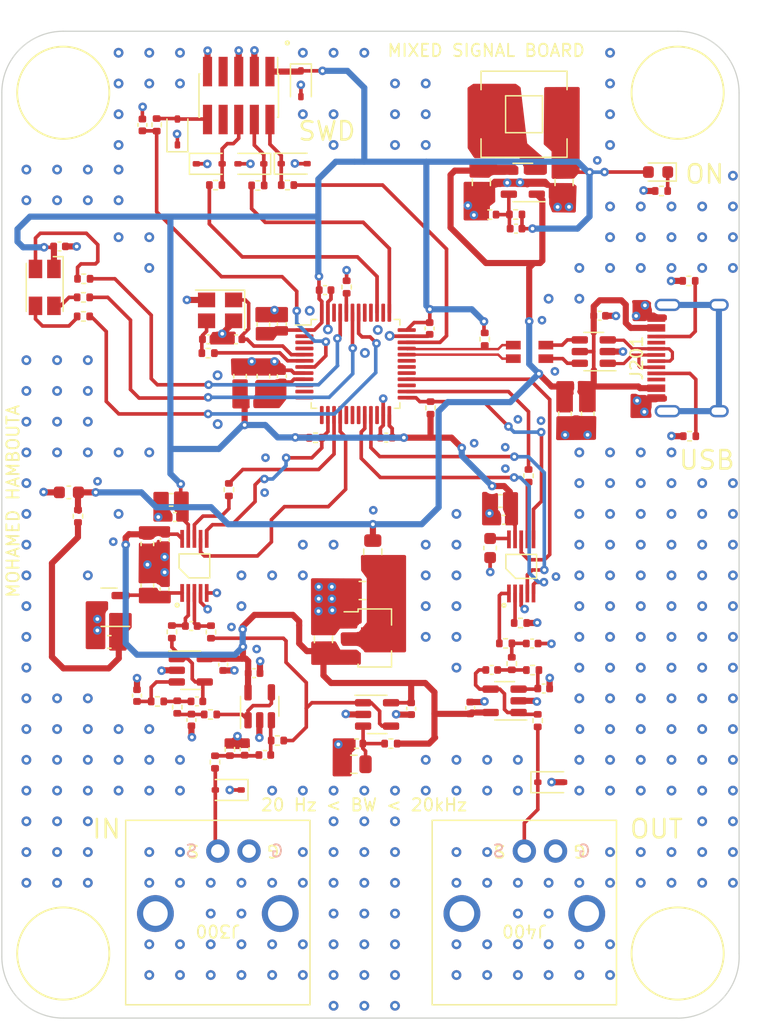
<source format=kicad_pcb>
(kicad_pcb (version 20221018) (generator pcbnew)
  (layers (0 "F.Cu" signal) (1 "In1.Cu" power) (2 "In2.Cu" power) (31 "B.Cu" signal) (34 "B.Paste" user) (35 "F.Paste" user) (36 "B.SilkS" user "B.Silkscreen") (37 "F.SilkS" user "F.Silkscreen") (38 "B.Mask" user) (39 "F.Mask" user) (44 "Edge.Cuts" user))
  (net 0 "")
  (net 1 "VBUS")
  (net 2 "GND")
  (net 3 "+5V")
  (net 4 "/Power/+5V_FILT")
  (net 5 "+3.3VA")
  (net 6 "/Power/BUCK_FB")
  (net 7 "/Power/VREF")
  (net 8 "+3V3")
  (net 9 "VDDA")
  (net 10 "/MCU/HSE_IN")
  (net 11 "/MCU/XTAL_IN")
  (net 12 "/MCU/NRST")
  (net 13 "/ADC/IN_RF")
  (net 14 "/ADC/IN_BUF")
  (net 15 "Net-(C303-Pad1)")
  (net 16 "/ADC/IN_AA_BUF_IN")
  (net 17 "Net-(C305-Pad2)")
  (net 18 "/ADC/ADC_IN+")
  (net 19 "/ADC/ADC_IN-")
  (net 20 "/ADC/ADC_VREF_VIN")
  (net 21 "/ADC/ADC_VREF")
  (net 22 "/DAC/DAC_VREF")
  (net 23 "Net-(C403-Pad1)")
  (net 24 "/DAC/OUT_AA_BUF_IN")
  (net 25 "Net-(C405-Pad1)")
  (net 26 "/DAC/OUT_AA_BUF_OUT")
  (net 27 "/Power/LED_PWR_K")
  (net 28 "/MCU/LED_B_K")
  (net 29 "/MCU/LED_G_K")
  (net 30 "/MCU/LED_R_K")
  (net 31 "/MCU/CONN_SWDIO")
  (net 32 "/MCU/CONN_SWCLK")
  (net 33 "/MCU/CONN_SWO")
  (net 34 "/MCU/CONN_NRST")
  (net 35 "/ADC/IN")
  (net 36 "/DAC/OUT")
  (net 37 "/MCU/USB_CMD_D-")
  (net 38 "/MCU/USB_CMC_D+")
  (net 39 "/MCU/USB_D-")
  (net 40 "/MCU/USB_D+")
  (net 42 "/MCU/USB_CONN_CC1")
  (net 43 "/MCU/USB_CONN_D+")
  (net 44 "/MCU/USB_CONN_D-")
  (net 46 "/MCU/USB_CONN_CC2")
  (net 48 "unconnected-(J201-SHIELD-PadS1)")
  (net 49 "/Power/BUCK_SW")
  (net 50 "/MCU/BOOT0")
  (net 51 "/MCU/HSE_OUT")
  (net 52 "SPI2_NSS")
  (net 53 "SPI1_NSS")
  (net 54 "/MCU/TIM4_CH1")
  (net 55 "/MCU/TIM4_CH2")
  (net 56 "/MCU/TIM4_CH3")
  (net 57 "/MCU/SWDIO")
  (net 58 "/MCU/SWCLK")
  (net 59 "/MCU/SWO")
  (net 60 "VCOM")
  (net 61 "/ADC/IN_BUF_OUT")
  (net 62 "SPI1_SCK")
  (net 63 "/ADC/ADC_SCLK")
  (net 64 "SPI2_SCK")
  (net 65 "/DAC/DAC_SCLK")
  (net 66 "/DAC/DAC_OUT_B")
  (net 67 "/DAC/DAC_OUT_A")
  (net 75 "SPI1_MISO")
  (net 79 "DAC_NCLR")
  (net 80 "DAC_NLDAC")
  (net 90 "SPI2_MOSI")
  (net 92 "/ADC/IN_AA_BUF_OUT")
  (footprint "Capacitor_SMD:C_0402_1005Metric" (layer "F.Cu") (at 115.2606 111.64 90)
    (fp_text reference "C300" hide)
    (fp_text value "150p")
  )
  (footprint "Package_TO_SOT_SMD:SOT-23-5" (layer "F.Cu") (at 137.9 65.55 180)
    (fp_text reference "U100" hide)
    (fp_text value "TLV62569DBV")
  )
  (footprint "Capacitor_SMD:C_0402_1005Metric" (layer "F.Cu") (at 111.3764 107.7468 180)
    (fp_text reference "C305" hide)
    (fp_text value "1n")
  )
  (footprint "Package_QFP:LQFP-48_7x7mm_P0.5mm" (layer "F.Cu") (at 124.2875 80.299999)
    (fp_text reference "U200" hide)
    (fp_text value "STM32F103C8T6")
  )
  (footprint "Resistor_SMD:R_0402_1005Metric" (layer "F.Cu") (at 112.9 65.76 180)
    (fp_text reference "R212" hide)
    (fp_text value "49R9")
  )
  (footprint "Capacitor_SMD:C_0402_1005Metric" (layer "F.Cu") (at 106.94 60.87 90)
    (fp_text reference "C212" hide)
    (fp_text value "100n")
  )
  (footprint "Resistor_SMD:R_0402_1005Metric" (layer "F.Cu") (at 137 104.67 -90)
    (fp_text reference "R403" hide)
    (fp_text value "22k")
  )
  (footprint "Capacitor_SMD:C_0603_1608Metric" (layer "F.Cu") (at 104.244031 102.91 180)
    (fp_text reference "C309" hide)
    (fp_text value "10u")
  )
  (footprint "Resistor_SMD:R_0402_1005Metric" (layer "F.Cu") (at 130.39 83.88 -90)
    (fp_text reference "R202" hide)
    (fp_text value "10K")
  )
  (footprint "Capacitor_SMD:C_0402_1005Metric" (layer "F.Cu") (at 118.2875 81.299999 90)
    (fp_text reference "C205" hide)
    (fp_text value "10n")
  )
  (footprint "MountingHole:MountingHole_3.2mm_M3" (layer "F.Cu") (at 150.5 128.25)
    (fp_text reference "H4" hide)
    (fp_text value "MountingHole")
  )
  (footprint "Capacitor_SMD:C_0603_1608Metric" (layer "F.Cu") (at 116.7875 81.304999 90)
    (fp_text reference "C206" hide)
    (fp_text value "1u")
  )
  (footprint "Package_TO_SOT_SMD:SOT-23-5" (layer "F.Cu") (at 136.42 107.7 180)
    (fp_text reference "U401" hide)
    (fp_text value "MCP6001-OT")
  )
  (footprint "Capacitor_SMD:C_0402_1005Metric" (layer "F.Cu") (at 126.7875 86.299999 180)
    (fp_text reference "C202" hide)
    (fp_text value "100n")
  )
  (footprint "Resistor_SMD:R_0402_1005Metric" (layer "F.Cu") (at 151.42 73.55 180)
    (fp_text reference "R205" hide)
    (fp_text value "5k1")
  )
  (footprint "Capacitor_SMD:C_0603_1608Metric" (layer "F.Cu") (at 143.185 84.34 -90)
    (fp_text reference "C100" hide)
    (fp_text value "1u")
  )
  (footprint "My_Footprints_KiCad7:AMPHENOL-BNC-031-5640-1010" (layer "F.Cu") (at 113.08 119.92 180)
    (fp_text reference "J300")
    (fp_text value "Conn_Coaxial")
  )
  (footprint "Capacitor_SMD:C_0402_1005Metric" (layer "F.Cu") (at 118.2875 77.049999 90)
    (fp_text reference "C201" hide)
    (fp_text value "100n")
  )
  (footprint "Capacitor_SMD:C_0603_1608Metric" (layer "F.Cu") (at 116.7875 77.074999 90)
    (fp_text reference "C200" hide)
    (fp_text value "10u")
  )
  (footprint "MountingHole:MountingHole_3.2mm_M3" (layer "F.Cu") (at 100.5 128.25)
    (fp_text reference "H3" hide)
    (fp_text value "MountingHole")
  )
  (footprint "Package_TO_SOT_SMD:SOT-23-6" (layer "F.Cu") (at 143.675 79.3 180)
    (fp_text reference "U201" hide)
    (fp_text value "USBLC6-2SC6")
  )
  (footprint "Capacitor_SMD:C_0402_1005Metric" (layer "F.Cu") (at 109.589031 92.75 180)
    (fp_text reference "C315" hide)
    (fp_text value "100n")
  )
  (footprint "Capacitor_SMD:C_0603_1608Metric" (layer "F.Cu") (at 114.8875 81.304999 90)
    (fp_text reference "C207" hide)
    (fp_text value "1u")
  )
  (footprint "Capacitor_SMD:C_0402_1005Metric" (layer "F.Cu") (at 116.03 105.45 180)
    (fp_text reference "C302" hide)
    (fp_text value "100n")
  )
  (footprint "Resistor_SMD:R_0402_1005Metric" (layer "F.Cu") (at 116.34 65.79 180)
    (fp_text reference "R211" hide)
    (fp_text value "49R9")
  )
  (footprint "Diode_SMD:D_SOD-323" (layer "F.Cu") (at 109.79 61.44 90)
    (fp_text reference "D205" hide)
    (fp_text value "PESD3V3L1BA,115")
  )
  (footprint "Capacitor_SMD:C_0402_1005Metric" (layer "F.Cu") (at 112.3075 78.299999)
    (fp_text reference "C209" hide)
    (fp_text value "10p")
  )
  (footprint "Resistor_SMD:R_0402_1005Metric" (layer "F.Cu") (at 149.18 66.24 180)
    (fp_text reference "R103" hide)
    (fp_text value "1k")
  )
  (footprint "Capacitor_SMD:C_0805_2012Metric" (layer "F.Cu") (at 121.6768 102.7078 90)
    (fp_text reference "C103" hide)
    (fp_text value "22u")
  )
  (footprint "My_Footprints_KiCad7:VSSOP-10" (layer "F.Cu") (at 111.174031 96.73)
    (fp_text reference "U303" hide)
    (fp_text value "ADC141S626CIMM_NOPB")
  )
  (footprint "Resistor_SMD:R_0402_1005Metric" (layer "F.Cu") (at 109.34 102.09 90)
    (fp_text reference "R306" hide)
    (fp_text value "1k")
  )
  (footprint "Resistor_SMD:R_0402_1005Metric" (layer "F.Cu") (at 136.5 103.03)
    (fp_text reference "R402" hide)
    (fp_text value "6k8")
  )
  (footprint "Package_TO_SOT_SMD:SOT-89-3" (layer "F.Cu") (at 125.8557 102.591)
    (fp_text reference "U101" hide)
    (fp_text value "HT7533-1")
  )
  (footprint "Capacitor_SMD:C_0402_1005Metric" (layer "F.Cu") (at 128.8142 108.34 90)
    (fp_text reference "C108" hide)
    (fp_text value "100n")
  )
  (footprint "Capacitor_SMD:C_0603_1608Metric" (layer "F.Cu") (at 141.335 84.34 -90)
    (fp_text reference "C101" hide)
    (fp_text value "1u")
  )
  (footprint "Resistor_SMD:R_0402_1005Metric" (layer "F.Cu") (at 139.11 109.31 -90)
    (fp_text reference "R405" hide)
    (fp_text value "49R9")
  )
  (footprint "My_Footprints_KiCad7:MWSA0603S" (layer "F.Cu") (at 138 60)
    (fp_text reference "L101" hide)
    (fp_text value "15u")
  )
  (footprint "Capacitor_SMD:C_0805_2012Metric" (layer "F.Cu") (at 141.2583 65.5348 -90)
    (fp_text reference "C105" hide)
    (fp_text value "22u")
  )
  (footprint "Diode_SMD:D_SOD-323" (layer "F.Cu") (at 119.84 57.52 -90)
    (fp_text reference "D201" hide)
    (fp_text value "PESD3V3L1BA,115")
  )
  (footprint "Resistor_SMD:R_0402_1005Metric" (layer "F.Cu") (at 134.8 78.29 90)
    (fp_text reference "R204" hide)
    (fp_text value "1K5")
  )
  (footprint "Resistor_SMD:R_0402_1005Metric" (layer "F.Cu") (at 108.1 60.86 -90)
    (fp_text reference "R213" hide)
    (fp_text value "49R9")
  )
  (footprint "LED_SMD:LED_Avago_PLCC4_3.2x2.8mm_CW" (layer "F.Cu") (at 98.99 74.08 -90)
    (fp_text reference "D200" hide)
    (fp_text value "ASMB-MTB0-0A3A2")
  )
  (footprint "Capacitor_SMD:C_0402_1005Metric" (layer "F.Cu") (at 113.5126 104.7522 -90)
    (fp_text reference "C306" hide)
    (fp_text value "100n")
  )
  (footprint "Resistor_SMD:R_0402_1005Metric" (layer "F.Cu") (at 101.6968 92.6832 90)
    (fp_text reference "R308" hide)
    (fp_text value "49R9")
  )
  (footprint "Resistor_SMD:R_0402_1005Metric" (layer "F.Cu") (at 113.98 90.53 -90)
    (fp_text reference "R309" hide)
    (fp_text value "0R")
  )
  (footprint "Capacitor_SMD:C_0402_1005Metric" (layer "F.Cu") (at 116.9028 112.1052)
    (fp_text reference "C301" hide)
    (fp_text value "100n")
  )
  (footprint "Resistor_SMD:R_0402_1005Metric" (layer "F.Cu") (at 117.93 110.93 180)
    (fp_text reference "R302" hide)
    (fp_text value "2M2")
  )
  (footprint "Capacitor_SMD:C_0402_1005Metric" (layer "F.Cu") (at 121.8075 74.299999)
    (fp_text reference "C204" hide)
    (fp_text value "100n")
  )
  (footprint "Resistor_SMD:R_0402_1005Metric" (layer "F.Cu") (at 102.14 74.89 180)
    (fp_text reference "R209" hide)
    (fp_text value "1k")
  )
  (footprint "Resistor_SMD:R_0402_1005Metric" (layer "F.Cu") (at 109.7788 108.206 90)
    (fp_text reference "R304" hide)
    (fp_text value "22k")
  )
  (footprint "Capacitor_SMD:C_0402_1005Metric" (layer "F.Cu") (at 136.345 92.98 180)
    (fp_text reference "C401" hide)
    (fp_text value "100n")
  )
  (footprint "Resistor_SMD:R_0805_2012Metric" (layer "F.Cu") (at 125.69 95.5825 -90)
    (fp_text reference "R100" hide)
    (fp_text value "10R")
  )
  (footprint "My_Footprints_KiCad7:CMC-1206" (layer "F.Cu") (at 138.45 79.325 180)
    (fp_text reference "FL201" hide)
    (fp_text value "CMF3216F-900-2P-T")
  )
  (footprint "MountingHole:MountingHole_3.2mm_M3" (layer "F.Cu") (at 150.5 58.25)
    (fp_text reference "H2" hide)
    (fp_text value "MountingHole")
  )
  (footprint "Capacitor_SMD:C_0402_1005Metric" (layer "F.Cu") (at 130.32 77.42 -90)
    (fp_text reference "C203" hide)
    (fp_text value "100n")
  )
  (footprint "Capacitor_SMD:C_0402_1005Metric" (layer "F.Cu") (at 138.66 103.04)
    (fp_text reference "C403" hide)
    (fp_text value "1n")
  )
  (footprint "Connector_PinHeader_1.27mm:PinHeader_2x05_P1.27mm_Vertical_SMD" (layer "F.Cu") (at 114.78 58.48 -90)
    (fp_text reference "J200" hide)
    (fp_text value "2x5 1.27mm")
  )
  (footprint "Resistor_SMD:R_0402_1005Metric" (layer "F.Cu") (at 135.2111 68.1612 180)
    (fp_text reference "R102" hide)
    (fp_text value "22k")
  )
  (footprint "Resistor_SMD:R_0402_1005Metric" (layer "F.Cu") (at 127.1652 111.18 180)
    (fp_text reference "R104" hide)
    (fp_text value "1k")
  )
  (footprint "Capacitor_SMD:C_0402_1005Metric" (layer "F.Cu") (at 144.15 76.39)
    (fp_text reference "C210" hide)
    (fp_text value "100n")
  )
  (footprint "Diode_SMD:D_SOD-323" (layer "F.Cu") (at 113.925 114.95 180)
    (fp_text reference "D300" hide)
    (fp_text value "PESD3V3L1BA,115")
  )
  (footprint "Capacitor_SMD:C_0603_1608Metric" (layer "F.Cu") (at 100.955 90.75 180)
    (fp_text reference "C308" hide)
    (fp_text value "10u")
  )
  (footprint "Resistor_SMD:R_0402_1005Metric" (layer "F.Cu") (at 102.17 73.38 180)
    (fp_text reference "R207" hide)
    (fp_text value "1k")
  )
  (footprint "Capacitor_SMD:C_0402_1005Metric" (layer "F.Cu") (at 108.744031 98.62 90)
    (fp_text reference "C310" hide)
    (fp_text value "10u")
  )
  (footprint "My_Footprints_KiCad7:VSSOP-10" (layer "F.Cu") (at 137.77 96.77)
    (fp_text reference "U400" hide)
    (fp_text value "DAC7563SDGSR")
  )
  (footprint "Package_TO_SOT_SMD:SOT-23-5" (layer "F.Cu") (at 116.4868 108.1461 90)
    (fp_text reference "U300" hide)
    (fp_text value "MCP6001-OT")
  )
  (footprint "Resistor_SMD:R_0402_1005Metric" (layer "F.Cu") (at 118.75 65.76)
    (fp_text reference "R210" hide)
    (fp_text value "49R9")
  )
  (footprint "My_Footprints_KiCad7:AMPHENOL-BNC-031-5640-1010" (layer "F.Cu") (at 138.0236 119.92 180)
    (fp_text reference "J400")
    (fp_text value "Conn_Coaxial")
  )
  (footprint "Resistor_SMD:R_0402_1005Metric" (layer "F.Cu") (at 137.705 101.37)
    (fp_text reference "R401" hide)
    (fp_text value "10k")
  )
  (footprint "Crystal:Crystal_SMD_3225-4Pin_3.2x2.5mm" (layer "F.Cu") (at 113.2625 75.949999 180)
    (fp_text reference "Y200" hide)
    (fp_text value "16MHz")
  )
  (footprint "Resistor_SMD:R_0402_1005Metric" (layer "F.Cu") (at 124.3672 111.18 180)
    (fp_text reference "R105" hide)
    (fp_text value "1k")
  )
  (footprint "Resistor_SMD:R_0402_1005Metric" (layer "F.Cu") (at 151.47 86.18 180)
    (fp_text reference "R206" hide)
    (fp_text value "5k1")
  )
  (footprint "Capacitor_SMD:C_0402_1005Metric" (layer "F.Cu") (at 106.5 107.27 90)
    (fp_text reference "C304" hide)
    (fp_text value "150p")
  )
  (footprint "Capacitor_SMD:C_0805_2012Metric" (layer "F.Cu") (at 124.15 112.86 180)
    (fp_text reference "C107" hide)
    (fp_text value "22u")
  )
  (footprint "Resistor_SMD:R_0402_1005Metric" (layer "F.Cu") (at 138.7 105.2)
    (fp_text reference "R404" hide)
    (fp_text value "12k")
  )
  (footprint "Capacitor_SMD:C_0402_1005Metric" (layer "F.Cu") (at 133.6184 108.28 -90)
    (fp_text reference "C406" hide)
    (fp_text value "100n")
  )
  (footprint "Capacitor_SMD:C_0402_1005Metric" (layer "F.Cu") (at 139.6 106.7)
    (fp_text reference "C404" hide)
    (fp_text value "150p")
  )
  (footprint "Diode_SMD:D_SOD-323" (layer "F.Cu") (at 140.17 114.32)
    (fp_text reference "D400" hide)
    (fp_text value "PESD3V3L1BA,115")
  )
  (footprint "Capacitor_SMD:C_0603_1608Metric" (layer "F.Cu") (at 136.065 91.45 180)
    (fp_text reference "C400" hide)
    (fp_text value "10u")
  )
  (footprint "Resistor_SMD:R_0402_1005Metric" (layer "F.Cu") (at 112.8506 112.68 90)
    (fp_text reference "R300" hide)
    (fp_text value "1k")
  )
  (footprint "Package_TO_SOT_SMD:SOT-23-5" (layer "F.Cu") (at 126.0401 108.8076)
    (fp_text reference "U102" hide)
    (fp_text value "MCP6001-OT")
  )
  (footprint "Resistor_SMD:R_0402_1005Metric" (layer "F.Cu") (at 123.56 74.05 -90)
    (fp_text reference "R200" hide)
    (fp_text value "10k")
  )
  (footprint "Diode_SMD:D_SOD-323" (layer "F.Cu") (at 112.38 64.03)
    (fp_text reference "D204" hide)
    (fp_text value "PESD3V3L1BA,115")
  )
  (footprint "Resistor_SMD:R_0402_1005Metric" (layer "F.Cu") (at 112.48 108.81 180)
    (fp_text reference "R303" hide)
    (fp_text value "6k8")
  )
  (footprint "Inductor_SMD:L_0402_1005Metric" (layer "F.Cu") (at 142.27 82.14 180)
    (fp_text reference "L100" hide)
    (fp_text value "10n")
  )
  (footprint "Capacitor_SMD:C_0402_1005Metric" (layer "F.Cu") (at 108.764031 94.63 -90)
    (fp_text reference "C312" hide)
    (fp_text value "100n")
  )
  (footprint "Capacitor_SMD:C_0402_1005Metric" (layer "F.Cu") (at 114.5575 78.299999 180)
    (fp_text reference "C208" hide)
    (fp_text value "10p")
  )
  (footprint "Capacitor_SMD:C_0402_1005Metric" (layer "F.Cu") (at 135.37 105.19 180)
    (fp_text reference "C405" hide)
    (fp_text value "1n")
  )
  (footprint "Resistor_SMD:R_0402_1005Metric" (layer "F.Cu") (at 114.0606 111.65 -90)
    (fp_text reference "R301" hide)
    (fp_text value "2M2")
  )
  (footprint "MountingHole:MountingHole_3.2mm_M3" (layer "F.Cu") (at 100.5 58.25)
    (fp_text reference "H1" hide)
    (fp_text value "MountingHole")
  )
  (footprint "Capacitor_SMD:C_0402_1005Metric" (layer "F.Cu") (at 110.93 109.26 -90)
    (fp_text reference "C303" hide)
    (fp_text value "1n")
  )
  (footprint "Connector_USB:USB_C_Receptacle_HRO_TYPE-C-31-M-12" (layer "F.Cu") (at 152.81 79.825 90)
    (fp_text reference "J201")
    (fp_text value "USB_C_Receptacle_USB2.0")
  )
  (footprint "Resistor_SMD:R_0402_1005Metric" (layer "F.Cu") (at 138.365 89.4 -90)
    (fp_text reference "R400" hide)
    (fp_text value "0R")
  )
  (footprint "Capacitor_SMD:C_0805_2012Metric" (layer "F.Cu") (at 124.8416 98.7302 180)
    (fp_text reference "C102" hide)
    (fp_text value "22u")
  )
  (footprint "Resistor_SMD:R_0402_1005Metric" (layer "F.Cu") (at 137.3213 68.151 180)
    (fp_text reference "R101" hide)
    (fp_text value "100k")
  )
  (footprint "Capacitor_SMD:C_0603_1608Metric" (layer "F.Cu") (at 135.24 95.275 -90)
    (fp_text reference "C402" hide)
    (fp_text value "1u")
  )
  (footprint "Diode_SMD:D_SOD-323" (layer "F.Cu") (at 115.77 64.03 180)
    (fp_text reference "D203" hide)
    (fp_text value "PESD3V3L1BA,115")
  )
  (footprint "Capacitor_SMD:C_0402_1005Metric" (layer "F.Cu") (at 137.3493 69.3042 180)
    (fp_text reference "C106" hide)
    (fp_text value "DNP")
  )
  (footprint "Resistor_SMD:R_0402_1005Metric" (layer "F.Cu") (at 112.522 102.1 90)
    (fp_text reference "R307" hide)
    (fp_text value "1k")
  )
  (footprint "Capacitor_SMD:C_0805_2012Metric" (layer "F.Cu") (at 134.5273 65.5348 -90)
    (fp_text reference "C104" hide)
    (fp_text value "22u")
  )
  (footprint "Resistor_SMD:R_0402_1005Metric" (layer "F.Cu") (at 102.14 76.44 180)
    (fp_text reference "R208" hide)
    (fp_text value "1k")
  )
  (footprint "Capacitor_SMD:C_0402_1005Metric" (layer "F.Cu") (at 110.92 101.62)
    (fp_text reference "C307" hide)
    (fp_text value "150p")
  )
  (footprint "Diode_SMD:D_SOD-323" (layer "F.Cu") (at 119.29 64.02)
    (fp_text reference "D202" hide)
    (fp_text value "PESD3V3L1BA,115")
  )
  (footprint "Package_TO_SOT_SMD:SOT-23-5" (layer "F.Cu") (at 110.8765 105.217)
    (fp_text reference "U301" hide)
    (fp_text value "MCP6001-OT")
  )
  (footprint "LED_SMD:LED_0603_1608Metric" (layer "F.Cu") (at 148.9075 64.7 180)
    (fp_text reference "D100" hide)
    (fp_text value "GREEN")
  )
  (footprint "Capacitor_SMD:C_0402_1005Metric" (layer "F.Cu") (at 100.195 70.7484)
    (fp_text reference "C211" hide)
    (fp_text value "100n")
  )
  (footprint "Package_TO_SOT_SMD:SOT-23" (layer "F.Cu") (at 104.224031 100.09 180)
    (fp_text reference "U302" hide)
    (fp_text value "REF3033AIDBZT")
  )
  (footprint "Resistor_SMD:R_0402_1005Metric" (layer "F.Cu") (at 112.2875 79.424999)
    (fp_text reference "R201" hide)
    (fp_text value "0R")
  )
  (footprint "Capacitor_SMD:C_0603_1608Metric" (layer "F.Cu") (at 107.344031 98.335 90)
    (fp_text reference "C311" hide)
    (fp_text value "100n")
  )
  (footprint "Resistor_SMD:R_0402_1005Metric" (layer "F.Cu") (at 108.165 107.75 180)
    (fp_text reference "R305" hide)
    (fp_text value "12k")
  )
  (footprint "Resistor_SMD:R_0402_1005Metric" (layer "F.Cu") (at 121.03 86.31 180)
    (fp_text reference "R203" hide)
    (fp_text value "10K")
  )
  (footprint "Capacitor_SMD:C_0603_1608Metric" (layer "F.Cu") (at 107.344031 94.935 -90)
    (fp_text reference "C313" hide)
    (fp_text value "10u")
  )
  (footprint "Inductor_SMD:L_0402_1005Metric" (layer "F.Cu") (at 115.7725 83.479999 180)
    (fp_text reference "L200" hide)
    (fp_text value "10n")
  )
  (footprint "Capacitor_SMD:C_0603_1608Metric" (layer "F.Cu") (at 109.28 91.36 180)
    (fp_text reference "C314" hide)
    (fp_text value "10u")
  )
  (gr_circle (center 150.5 58.25) (end 150.5 54.5) (stroke (width 0.15)) (fill none) (layer "F.SilkS"))
  (gr_circle (center 150.5 128.25) (end 150.5 124.5) (stroke (width 0.15)) (fill none) (layer "F.SilkS"))
  (gr_circle (center 118.735969 54.2) (end 118.785969 54.16) (stroke (width 0.15)) (fill none) (layer "F.SilkS"))
  (gr_circle (center 100.5 128.25) (end 100.5 124.5) (stroke (width 0.15)) (fill none) (layer "F.SilkS"))
  (gr_circle (center 109.77 99.92) (end 109.82 99.88) (stroke (width 0.15)) (fill none) (layer "F.SilkS"))
  (gr_circle (center 100.5 58.25) (end 100.5 54.5) (stroke (width 0.15)) (fill none) (layer "F.SilkS"))
  (gr_circle (center 136.36 99.935969) (end 136.41 99.895969) (stroke (width 0.15)) (fill none) (layer "F.SilkS"))
  (gr_line (start 95.5 128.5) (end 95.5 58.25) (stroke (width 0.1)) (layer "Edge.Cuts"))
  (gr_arc (start 95.5 58.25) (mid 96.964466 54.714466) (end 100.5 53.25) (stroke (width 0.1)) (layer "Edge.Cuts"))
  (gr_arc (start 150.5 53.25) (mid 154.035534 54.714466) (end 155.5 58.25) (stroke (width 0.1)) (layer "Edge.Cuts"))
  (gr_arc (start 155.5 128.25) (mid 154.127262 131.95043) (end 150.5 133.506246) (stroke (width 0.1)) (layer "Edge.Cuts"))
  (gr_arc (start 100.5 133.5) (mid 96.964466 132.035534) (end 95.5 128.5) (stroke (width 0.1)) (layer "Edge.Cuts"))
  (gr_line (start 100.5 53.25) (end 150.5 53.25) (stroke (width 0.1)) (layer "Edge.Cuts"))
  (gr_line (start 155.5 128.25) (end 155.5 58.25) (stroke (width 0.1)) (layer "Edge.Cuts"))
  (gr_line (start 100.5 133.5) (end 150.5 133.5) (stroke (width 0.1)) (layer "Edge.Cuts"))
  (gr_text "S" (at 111.5 120.5) (layer "B.SilkS") (effects (font (size 1 1)) (justify left bottom mirror)))
  (gr_text "G" (at 118.5 120.5) (layer "B.SilkS") (effects (font (size 1 1)) (justify left bottom mirror)))
  (gr_text "G" (at 143.5 120.5) (layer "B.SilkS") (effects (font (size 1 1)) (justify left bottom mirror)))
  (gr_text "S" (at 136.5 120.5) (layer "B.SilkS") (effects (font (size 1 1)) (justify left bottom mirror)))
  (gr_text "SWD" (at 119.5 62.25) (layer "F.SilkS") (effects (font (size 1.5 1.5) (thickness 0.2)) (justify left bottom)))
  (gr_text "OUT" (at 146.5 119) (layer "F.SilkS") (effects (font (size 1.5 1.5) (thickness 0.2)) (justify left bottom)))
  (gr_text "IN" (at 102.75 119) (layer "F.SilkS") (effects (font (size 1.5 1.5) (thickness 0.2)) (justify left bottom)))
  (gr_text "20 Hz < BW < 20kHz" (at 116.5 116.75) (layer "F.SilkS") (effects (font (size 1 1)) (justify left bottom)))
  (gr_text "MIXED SIGNAL BOARD" (at 126.8 55.4) (layer "F.SilkS") (effects (font (size 1 1)) (justify left bottom)))
  (gr_text "MOHAMED HAMBOUTA" (at 97 99.4 90) (layer "F.SilkS") (effects (font (size 1 1)) (justify left bottom)))
  (gr_text "USB" (at 150.5 89) (layer "F.SilkS") (effects (font (size 1.5 1.5) (thickness 0.2)) (justify left bottom)))
  (gr_text "ON" (at 151 65.75) (layer "F.SilkS") (effects (font (size 1.5 1.5) (thickness 0.2)) (justify left bottom)))
  (segment (start 143.67 79.3) (end 143.67 80.79) (width 0.3) (layer "F.Cu") (net 1))
  (segment (start 148.765 77.375) (end 146.685 77.375) (width 0.5) (layer "F.Cu") (net 1))
  (segment (start 143.67 79.3) (end 143.67 77.76) (width 0.3) (layer "F.Cu") (net 1))
  (segment (start 144.16 75.13) (end 143.67 75.62) (width 0.5) (layer "F.Cu") (net 1))
  (segment (start 143.67 80.83) (end 143.69 80.81) (width 0.5) (layer "F.Cu") (net 1))
  (segment (start 146.28 76.97) (end 146.28 75.49) (width 0.5) (layer "F.Cu") (net 1))
  (segment (start 146.685 77.375) (end 146.28 76.97) (width 0.5) (layer "F.Cu") (net 1))
  (segment (start 147.445 82.275) (end 147.31 82.14) (width 0.5) (layer "F.Cu") (net 1))
  (segment (start 143.67 80.79) (end 143.69 80.81) (width 0.3) (layer "F.Cu") (net 1))
  (segment (start 143.67 82.14) (end 142.755 82.14) (width 0.5) (layer "F.Cu") (net 1))
  (segment (start 143.67 75.62) (end 143.67 76.39) (width 0.5) (layer "F.Cu") (net 1))
  (segment (start 143.67 76.39) (end 143.67 77.76) (width 0.5) (layer "F.Cu") (net 1))
  (segment (start 146.28 75.49) (end 145.92 75.13) (width 0.5) (layer "F.Cu") (net 1))
  (segment (start 142.5375 79.3) (end 143.67 79.3) (width 0.3) (layer "F.Cu") (net 1))
  (segment (start 143.67 82.14) (end 143.67 80.83) (width 0.5) (layer "F.Cu") (net 1))
  (segment (start 147.31 82.14) (end 143.67 82.14) (width 0.5) (layer "F.Cu") (net 1))
  (segment (start 148.765 82.275) (end 147.445 82.275) (width 0.5) (layer "F.Cu") (net 1))
  (segment (start 145.92 75.13) (end 144.16 75.13) (width 0.5) (layer "F.Cu") (net 1))
  (segment (start 109.79 61.63) (end 109.76 61.6) (width 0.29337) (layer "F.Cu") (net 2))
  (segment (start 140.08 105.85) (end 140.09 105.84) (width 0.5) (layer "F.Cu") (net 2))
  (segment (start 140.21 103.04) (end 140.23 103.06) (width 0.3) (layer "F.Cu") (net 2))
  (segment (start 126.3075 85.533119) (end 126.3075 86.299999) (width 0.3) (layer "F.Cu") (net 2))
  (segment (start 128.8142 108.82) (end 127.615 108.82) (width 0.5) (layer "F.Cu") (net 2))
  (segment (start 150.02 86.18) (end 150 86.16) (width 0.5) (layer "F.Cu") (net 2))
  (segment (start 150.91 73.55) (end 149.98 73.55) (width 0.5) (layer "F.Cu") (net 2))
  (segment (start 127.0875 78.049999) (end 127.0625 78.024999) (width 0.3) (layer "F.Cu") (net 2))
  (segment (start 135.24 96.05) (end 135.24 97.215) (width 0.3) (layer "F.Cu") (net 2))
  (segment (start 123.56 73.54) (end 123.56 72.685) (width 0.3) (layer "F.Cu") (net 2))
  (segment (start 112.215 64.03) (end 112.225 64.04) (width 0.3) (layer "F.Cu") (net 2))
  (segment (start 107.35 95.715969) (end 107.344031 95.71) (width 0.3) (layer "F.Cu") (net 2))
  (segment (start 137.5575 107.7) (end 138.98 107.7) (width 0.5) (layer "F.Cu") (net 2))
  (segment (start 107.344031 96.630969) (end 107.35 96.625) (width 0.3) (layer "F.Cu") (net 2))
  (segment (start 115.2606 111.16) (end 115.26 111.16) (width 0.3) (layer "F.Cu") (net 2))
  (segment (start 110.93 110.62) (end 110.97 110.66) (width 0.5) (layer "F.Cu") (net 2))
  (segment (start 112.995 98.93) (end 113 98.925) (width 0.3) (layer "F.Cu") (net 2))
  (segment (start 107.35 96.625) (end 107.35 95.715969) (width 0.3) (layer "F.Cu") (net 2))
  (segment (start 101.5834 70.7484) (end 101.59 70.755) (width 0.5) (layer "F.Cu") (net 2))
  (segment (start 114.4178 105.2322) (end 114.425 105.225) (width 0.5) (layer "F.Cu") (net 2))
  (segment (start 107.344031 97.56) (end 107.344031 96.630969) (width 0.3) (layer "F.Cu") (net 2))
  (segment (start 138.98 107.7) (end 139.04 107.76) (width 0.5) (layer "F.Cu") (net 2))
  (segment (start 140.08 106.7) (end 140.08 105.85) (width 0.5) (layer "F.Cu") (net 2))
  (segment (start 116.46 110.7) (end 116.46 109.3104) (width 0.5) (layer "F.Cu") (net 2))
  (segment (start 122.0375 75.274999) (end 122.2875 75.024999) (width 0.3) (layer "F.Cu") (net 2))
  (segment (start 133.6184 107.8) (end 134.73 107.8) (width 0.5) (layer "F.Cu") (net 2))
  (segment (start 109.109031 92.75) (end 108.24 92.75) (width 0.3) (layer "F.Cu") (net 2))
  (segment (start 106.5 105.859) (end 106.5008 105.8582) (width 0.5) (layer "F.Cu") (net 2))
  (segment (start 108.764031 95.985969) (end 108.75 96) (width 0.3) (layer "F.Cu") (net 2))
  (segment (start 144.63 76.39) (end 145.4705 76.39) (width 0.5) (layer "F.Cu") (net 2))
  (segment (start 122.0375 76.137499) (end 122.0375 75.274999) (width 0.3) (layer "F.Cu") (net 2))
  (segment (start 109.79 62.49) (end 109.79 61.63) (width 0.29337) (layer "F.Cu") (net 2))
  (segment (start 141.22 114.32) (end 140.25 114.32) (width 0.5) (layer "F.Cu") (net 2))
  (segment (start 112.24 54.84) (end 112.25 54.83) (width 0.5) (layer "F.Cu") (net 2))
  (segment (start 100.18 90.75) (end 98.93 90.75) (width 0.5) (layer "F.Cu") (net 2))
  (segment (start 112.24 56.53) (end 112.24 54.84) (width 0.5) (layer "F.Cu") (net 2))
  (segment (start 114.3625 76.799999) (end 114.3625 76.924999) (width 0.5) (layer "F.Cu") (net 2))
  (segment (start 123.5276 108.8076) (end 123.49 108.77) (width 0.5) (layer "F.Cu") (net 2))
  (segment (start 140.25 114.32) (end 140.24 114.31) (width 0.5) (layer "F.Cu") (net 2))
  (segment (start 126.5375 85.303119) (end 126.3075 85.533119) (width 0.3) (layer "F.Cu") (net 2))
  (segment (start 148.67 66.24) (end 147.77 66.24) (width 0.5) (layer "F.Cu") (net 2))
  (segment (start 114.3625 76.924999) (end 113.4375 77.849999) (width 0.5) (layer "F.Cu") (net 2))
  (segment (start 138.215 101.37) (end 139.045 101.37) (width 0.5) (layer "F.Cu") (net 2))
  (segment (start 145.4705 76.39) (end 145.4805 76.4) (width 0.5) (layer "F.Cu") (net 2))
  (segment (start 130.170001 78.049999) (end 130.32 77.9) (width 0.3) (layer "F.Cu") (net 2))
  (segment (start 114.78 56.53) (end 114.78 54.82) (width 0.5) (layer "F.Cu") (net 2))
  (segment (start 108.744031 98.14) (end 108.744031 97.255969) (width 0.3) (layer "F.Cu") (net 2))
  (segment (start 103.469031 102.91) (end 103.469031 102.169031) (width 0.3) (layer "F.Cu") (net 2))
  (segment (start 106.94 60.39) (end 106.94 59.42) (width 0.29337) (layer "F.Cu") (net 2))
  (segment (start 150.96 86.18) (end 150.02 86.18) (width 0.5) (layer "F.Cu") (net 2))
  (segment (start 139.045 101.37) (end 139.07 101.345) (width 0.5) (layer "F.Cu") (net 2))
  (segment (start 116.05 56.53) (end 116.05 54.82) (width 0.5) (layer "F.Cu") (net 2))
  (segment (start 108.533 105.217) (end 108.5 105.25) (width 0.5) (layer "F.Cu") (net 2))
  (segment (start 111.33 64.03) (end 112.215 64.03) (width 0.3) (layer "F.Cu") (net 2))
  (segment (start 128.45 78.049999) (end 127.0875 78.049999) (width 0.3) (layer "F.Cu") (net 2))
  (segment (start 149.98 73.55) (end 149.97 73.56) (width 0.5) (layer "F.Cu") (net 2))
  (segment (start 134.73 107.8) (end 134.78 107.75) (width 0.5) (layer "F.Cu") (net 2))
  (segment (start 128.45 78.049999) (end 130.170001 78.049999) (width 0.3) (layer "F.Cu") (net 2))
  (segment (start 111.674031 99.674031) (end 112.25 100.25) (width 0.29337) (layer "F.Cu") (net 2))
  (segment (start 116.51 105.45) (end 116.51 104.49) (width 0.5) (layer "F.Cu") (net 2))
  (segment (start 110.93 109.74) (end 110.93 110.62) (width 0.5) (layer "F.Cu") (net 2))
  (segment (start 144.8125 79.3) (end 146.05 79.3) (width 0.5) (layer "F.Cu") (net 2))
  (segment (start 137.77 98.97) (end 137.77 99.962305) (width 0.3) (layer "F.Cu") (net 2))
  (segment (start 120.125 81.049999) (end 119.28438 81.049999) (width 0.3) (layer "F.Cu") (net 2))
  (segment (start 103.286531 101.038469) (end 103.275 101.05) (width 0.3) (layer "F.Cu") (net 2))
  (segment (start 106.94 59.42) (end 106.96 59.4) (width 0.29337) (layer "F.Cu") (net 2))
  (segment (start 114.72 64.03) (end 115.73 64.03) (width 0.29337) (layer "F.Cu") (net 2))
  (segment (start 119.84 57.61) (end 119.835 57.605) (width 0.3) (layer "F.Cu") (net 2))
  (segment (start 126.5375 84.462499) (end 126.5375 83.124999) (width 0.3) (layer "F.Cu") (net 2))
  (segment (start 116.05 54.82) (end 116.06 54.81) (width 0.5) (layer "F.Cu") (net 2))
  (segment (start 116.51 104.49) (end 116.525 104.475) (width 0.5) (layer "F.Cu") (net 2))
  (segment (start 100.675 70.7484) (end 101.5834 70.7484) (width 0.5) (layer "F.Cu") (net 2))
  (segment (start 103.469031 102.169031) (end 103.275 101.975) (width 0.3) (layer "F.Cu") (net 2))
  (segment (start 110.5625 75.099999) (end 112.1625 75.099999) (width 0.5) (layer "F.Cu") (net 2))
  (segment (start 106.5 106.79) (end 106.5 105.859) (width 0.5) (layer "F.Cu") (net 2))
  (segment (start 119.84 58.57) (end 119.84 57.61) (width 0.3) (layer "F.Cu") (net 2))
  (segment (start 115.26 111.16) (end 114.675 110.575) (width 0.3) (layer "F.Cu") (net 2))
  (segment (start 111.674031 98.93) (end 111.674031 99.674031) (width 0.29337) (layer "F.Cu") (net 2))
  (segment (start 108.764031 95.11) (end 108.764031 95.985969) (width 0.3) (layer "F.Cu") (net 2))
  (segment (start 120.34 64.02) (end 119.37 64.02) (width 0.29337) (layer "F.Cu") (net 2))
  (segment (start 108.24 92.75) (end 108.235 92.755) (width 0.3) (layer "F.Cu") (net 2))
  (segment (start 109.739 105.217) (end 108.533 105.217) (width 0.5) (layer "F.Cu") (net 2))
  (segment (start 127.615 108.82) (end 127.59 108.795) (width 0.5) (layer "F.Cu") (net 2))
  (segment (start 112.174031 98.93) (end 112.995 98.93) (width 0.3) (layer "F.Cu") (net 2))
  (segment (start 119.37 64.02) (end 119.35 64) (width 0.29337) (layer "F.Cu") (net 2))
  (segment (start 137.77 99.962305) (end 138.047376 100.239681) (width 0.3) (layer "F.Cu") (net 2))
  (segment (start 116.46 109.3104) (end 116.4868 109.2836) (width 0.5) (layer "F.Cu") (net 2))
  (segment (start 124.9026 108.8076) (end 123.5276 108.8076) (width 0.5) (layer "F.Cu") (net 2))
  (segment (start 126.5375 84.462499) (end 126.5375 85.303119) (width 0.3) (layer "F.Cu") (net 2))
  (segment (start 135.24 97.215) (end 135.25 97.225) (width 0.3) (layer "F.Cu") (net 2))
  (segment (start 122.0375 76.137499) (end 122.0375 77.499999) (width 0.3) (layer "F.Cu") (net 2))
  (segment (start 119.28438 81.049999) (end 119.05438 80.819999) (width 0.3) (layer "F.Cu") (net 2))
  (segment (start 113.5126 105.2322) (end 114.4178 105.2322) (width 0.5) (layer "F.Cu") (net 2))
  (segment (start 119.05438 80.819999) (end 118.2875 80.819999) (width 0.3) (layer "F.Cu") (net 2))
  (segment (start 139.14 103.04) (end 140.21 103.04) (width 0.3) (layer "F.Cu") (net 2))
  (segment (start 114.6256 110.575) (end 114.0606 111.14) (width 0.3) (layer "F.Cu") (net 2))
  (segment (start 147.77 66.24) (end 147.73 66.2) (width 0.5) (layer "F.Cu") (net 2))
  (segment (start 103.286531 100.09) (end 103.286531 101.038469) (width 0.3) (layer "F.Cu") (net 2))
  (segment (start 122.2875 75.024999) (end 122.2875 74.299999) (width 0.3) (layer "F.Cu") (net 2))
  (segment (start 108.744031 97.255969) (end 108.75 97.25) (width 0.3) (layer "F.Cu") (net 2))
  (segment (start 114.975 114.95) (end 114.05 114.95) (width 0.3) (layer "F.Cu") (net 2))
  (segment (start 98.93 90.75) (end 98.9 90.72) (width 0.5) (layer "F.Cu") (net 2))
  (segment (start 114.675 110.575) (end 114.6256 110.575) (width 0.3) (layer "F.Cu") (net 2))
  (via (at 147.79 84.2) (size 0.7) (drill 0.3) (layers "F.Cu" "B.Cu") (net 2))
  (via (at 135.25 97.225) (size 0.7) (drill 0.3) (layers "F.Cu" "B.Cu") (net 2))
  (via (at 140.24 114.31) (size 0.7) (drill 0.3) (layers "F.Cu" "B.Cu") (net 2))
  (via (at 105 67) (size 0.8) (drill 0.4) (layers "F.Cu" "B.Cu") (net 2))
  (via (at 126.5375 83.124999) (size 0.7) (drill 0.3) (layers "F.Cu" "B.Cu") (net 2))
  (via (at 106.96 59.4) (size 0.7) (drill 0.3) (layers "F.Cu" "B.Cu") (net 2))
  (via (at 110 112.5) (size 0.8) (drill 0.4) (layers "F.Cu" "B.Cu") (net 2))
  (via (at 155 105) (size 0.8) (drill 0.4) (layers "F.Cu" "B.Cu") (net 2))
  (via (at 122.5 120) (size 0.8) (drill 0.4) (layers "F.Cu" "B.Cu") (net 2))
  (via (at 147.5 67.5) (size 0.8) (drill 0.4) (layers "F.Cu" "B.Cu") (net 2))
  (via (at 105 55) (size 0.8) (drill 0.4) (layers "F.Cu" "B.Cu") (net 2))
  (via (at 125 127.5) (size 0.8) (drill 0.4) (layers "F.Cu" "B.Cu") (net 2))
  (via (at 123.56 72.685) (size 0.7) (drill 0.3) (layers "F.Cu" "B.Cu") (net 2))
  (via (at 100 64.5) (size 0.8) (drill 0.4) (layers "F.Cu" "B.Cu") (net 2))
  (via (at 102.5 122.5) (size 0.8) (drill 0.4) (layers "F.Cu" "B.Cu") (net 2))
  (via (at 150 105) (size 0.8) (drill 0.4) (layers "F.Cu" "B.Cu") (net 2))
  (via (at 146.05 79.3) (size 0.7) (drill 0.3) (layers "F.Cu" "B.Cu") (net 2))
  (via (at 103.29 89.85) (size 0.7) (drill 0.3) (layers "F.Cu" "B.Cu") (net 2))
  (via (at 97.5 102.5) (size 0.8) (drill 0.4) (layers "F.Cu" "B.Cu") (net 2))
  (via (at 125 115) (size 0.8) (drill 0.4) (layers "F.Cu" "B.Cu") (net 2))
  (via (at 97.5 112.5) (size 0.8) (drill 0.4) (layers "F.Cu" "B.Cu") (net 2))
  (via (at 152.5 72.5) (size 0.8) (drill 0.4) (layers "F.Cu" "B.Cu") (net 2))
  (via (at 142.5 130) (size 0.8) (drill 0.4) (layers "F.Cu" "B.Cu") (net 2))
  (via (at 142.5 75) (size 0.8) (drill 0.4) (layers "F.Cu" "B.Cu") (net 2))
  (via (at 120 120) (size 0.8) (drill 0.4) (layers "F.Cu" "B.Cu") (net 2))
  (via (at 127.5 127.5) (size 0.8) (drill 0.4) (layers "F.Cu" "B.Cu") (net 2))
  (via (at 127.59 108.795) (size 0.7) (drill 0.3) (layers "F.Cu" "B.Cu") (net 2))
  (via (at 105 70) (size 0.8) (drill 0.4) (layers "F.Cu" "B.Cu") (net 2))
  (via (at 147.5 72.5) (size 0.8) (drill 0.4) (layers "F.Cu" "B.Cu") (net 2))
  (via (at 108.75 97.25) (size 0.7) (drill 0.3) (layers "F.Cu" "B.Cu") (net 2))
  (via (at 116.89 90.77) (size 0.7) (drill 0.3) (layers "F.Cu" "B.Cu") (net 2))
  (via (at 130 112.5) (size 0.8) (drill 0.4) (layers "F.Cu" "B.Cu") (net 2))
  (via (at 113.4375 77.849999) (size 0.7) (drill 0.3) (layers "F.Cu" "B.Cu") (net 2))
  (via (at 125 117.5) (size 0.8) (drill 0.4) (layers "F.Cu" "B.Cu") (net 2))
  (via (at 107.5 112.5) (size 0.8) (drill 0.4) (layers "F.Cu" "B.Cu") (net 2))
  (via (at 100 122.5) (size 0.8) (drill 0.4) (layers "F.Cu" "B.Cu") (net 2))
  (via (at 130 95) (size 0.8) (drill 0.4) (layers "F.Cu" "B.Cu") (net 2))
  (via (at 102.5 117.5) (size 0.8) (drill 0.4) (layers "F.Cu" "B.Cu") (net 2))
  (via (at 107.35 96.625) (size 0.7) (drill 0.3) (layers "F.Cu" "B.Cu") (net 2))
  (via (at 97.5 107.5) (size 0.8) (drill 0.4) (layers "F.Cu" "B.Cu") (net 2))
  (via (at 107.5 120) (size 0.8) (drill 0.4) (layers "F.Cu" "B.Cu") (net 2))
  (via (at 142.5 122.5) (size 0.8) (drill 0.4) (layers "F.Cu" "B.Cu") (net 2))
  (via (at 120 115) (size 0.8) (drill 0.4) (layers "F.Cu" "B.Cu") (net 2))
  (via (at 122.395627 100.337882) (size 0.7) (drill 0.3) (layers "F.Cu" "B.Cu") (net 2))
  (via (at 101.59 70.755) (size 0.7) (drill 0.3) (layers "F.Cu" "B.Cu") (net 2))
  (via (at 140 75) (size 0.8) (drill 0.4) (layers "F.Cu" "B.Cu") (net 2))
  (via (at 139.07 101.345) (size 0.7) (drill 0.3) (layers "F.Cu" "B.Cu") (net 2))
  (via (at 145 105) (size 0.8) (drill 0.4) (layers "F.Cu" "B.Cu") (net 2))
  (via (at 147.5 95) (size 0.8) (drill 0.4) (layers "F.Cu" "B.Cu") (net 2))
  (via (at 137.5 115) (size 0.8) (drill 0.4) (layers "F.Cu" "B.Cu") (net 2))
  (via (at 126.1 77.54) (size 0.8) (drill 0.4) (layers "F.Cu" "B.Cu") (net 2))
  (via (at 97.5 100) (size 0.8) (drill 0.4) (layers "F.Cu" "B.Cu") (net 2))
  (via (at 137.5 125) (size 0.8) (drill 0.4) (layers "F.Cu" "B.Cu") (net 2))
  (via (at 130 57.5) (size 0.8) (drill 0.4) (layers "F.Cu" "B.Cu") (net 2))
  (via (at 100 112.5) (size 0.8) (drill 0.4) (layers "F.Cu" "B.Cu") (net 2))
  (via (at 102.5 64.5) (size 0.8) (drill 0.4) (layers "F.Cu" "B.Cu") (net 2))
  (via (at 117.6875 75.924999) (size 0.7) (drill 0.3) (layers "F.Cu" "B.Cu") (net 2))
  (via (at 135 122.5) (size 0.8) (drill 0.4) (layers "F.Cu" "B.Cu") (net 2))
  (via (at 145 110) (size 0.8) (drill 0.4) (layers "F.Cu" "B.Cu") (net 2))
  (via (at 102.5 112.5) (size 0.8) (drill 0.4) (layers "F.Cu" "B.Cu") (net 2))
  (via (at 132.5 92.5) (size 0.8) (drill 0.4) (layers "F.Cu" "B.Cu") (net 2))
  (via (at 152.5 67.5) (size 0.8) (drill 0.4) (layers "F.Cu" "B.Cu") (net 2))
  (via (at 142.5 107.5) (size 0.8) (drill 0.4) (layers "F.Cu" "B.Cu") (net 2))
  (via (at 120 60) (size 0.8) (drill 0.4) (layers "F.Cu" "B.Cu") (net 2))
  (via (at 132.5 95) (size 0.8) (drill 0.4) (layers "F.Cu" "B.Cu") (net 2))
  (via (at 115 100) (size 0.8) (drill 0.4) (layers "F.Cu" "B.Cu") (net 2))
  (via (at 150 97.5) (size 0.8) (drill 0.4) (layers "F.Cu" "B.Cu") (net 2))
  (via (at 115 130) (size 0.8) (drill 0.4) (layers "F.Cu" "B.Cu") (net 2))
  (via (at 112.5 125) (size 0.8) (drill 0.4) (layers "F.Cu" "B.Cu") (net 2))
  (via (at 112.225 64.04) (size 0.7) (drill 0.3) (layers "F.Cu" "B.Cu") (net 2))
  (via (at 114.675 110.575) (size 0.7) (drill 0.3) (layers "F.Cu" "B.Cu") (net 2))
  (via (at 147.12 76.4) (size 0.7) (drill 0.3) (layers "F.Cu" "B.Cu") (net 2))
  (via (at 122.5 117.5) (size 0.8) (drill 0.4) (layers "F.Cu" "B.Cu") (net 2))
  (via (at 116.96 87.93) (size 0.7) (drill 0.3) (layers "F.Cu" "B.Cu") (net 2))
  (via (at 130 60) (size 0.8) (drill 0.4) (layers "F.Cu" "B.Cu") (net 2))
  (via (at 110 130) (size 0.8) (drill 0.4) (layers "F.Cu" "B.Cu") (net 2))
  (via (at 140.23 103.06) (size 0.7) (drill 0.3) (layers "F.Cu" "B.Cu") (net 2))
  (via (at 152.5 110) (size 0.8) (drill 0.4) (layers "F.Cu" "B.Cu") (net 2))
  (via (at 115 127.5) (size 0.8) (drill 0.4) (layers "F.Cu" "B.Cu") (net 2))
  (via (at 100 107.5) (size 0.8) (drill 0.4) (layers "F.Cu" "B.Cu") (net 2))
  (via (at 143.96 63.75) (size 0.7) (drill 0.3) (layers "F.Cu" "B.Cu") (net 2))
  (via (at 105 87.5) (size 0.8) (drill 0.4) (layers "F.Cu" "B.Cu") (net 2))
  (via (at 152.5 92.5) (size 0.8) (drill 0.4) (layers "F.Cu" "B.Cu") (net 2))
  (via (at 120 55) (size 0.8) (drill 0.4) (layers "F.Cu" "B.Cu") (net 2))
  (via (at 116.06 54.81) (size 0.7) (drill 0.3) (layers "F.Cu" "B.Cu") (net 2))
  (via (at 117.5 122.5) (size 0.8) (drill 0.4) (layers "F.Cu" "B.Cu") (net 2))
  (via (at 147.5 105) (size 0.8) (drill 0.4) (layers "F.Cu" "B.Cu") (net 2))
  (via (at 137.5 130) (size 0.8) (drill 0.4) (layers "F.Cu" "B.Cu") (net 2))
  (via (at 97.5 115) (size 0.8) (drill 0.4) (layers "F.Cu" "B.Cu") (net 2))
  (via (at 147.5 70) (size 0.8) (drill 0.4) (layers "F.Cu" "B.Cu") (net 2))
  (via (at 140.51 80.91) (size 0.7) (drill 0.3) (layers "F.Cu" "B.Cu") (net 2))
  (via (at 132.5 130) (size 0.8) (drill 0.4) (layers "F.Cu" "B.Cu") (net 2))
  (via (at 127.5 125) (size 0.8) (drill 0.4) (layers "F.Cu" "B.Cu") (net 2))
  (via (at 122.5 132.5) (size 0.8) (drill 0.4) (layers "F.Cu" "B.Cu") (net 2))
  (via (at 110 55) (size 0.8) (drill 0.4) (layers "F.Cu" "B.Cu") (net 2))
  (via (at 116.525 104.475) (size 0.7) (drill 0.3) (layers "F.Cu" "B.Cu") (net 2))
  (via (at 125 55) (size 0.8) (drill 0.4) (layers "F.Cu" "B.Cu") (net 2))
  (via (at 136.48 88.82) (size 0.7) (drill 0.3) (layers "F.Cu" "B.Cu") (net 2))
  (via (at 115.8375 80.099999) (size 0.7) (drill 0.3) (layers "F.Cu" "B.Cu") (net 2))
  (via (at 140 127.5) (size 0.8) (drill 0.4) (layers "F.Cu" "B.Cu") (net 2))
  (via (at 152.5 112.5) (size 0.8) (drill 0.4) (layers "F.Cu" "B.Cu") (net 2))
  (via (at 152.5 100) (size 0.8) (drill 0.4) (layers "F.Cu" "B.Cu") (net 2))
  (via (at 155 90) (size 0.8) (drill 0.4) (layers "F.Cu" "B.Cu") (net 2))
  (via (at 100 85) (size 0.8) (drill 0.4) (layers "F.Cu" "B.Cu") (net 2))
  (via (at 97.5 82.5) (size 0.8) (drill 0.4) (layers "F.Cu" "B.Cu") (net 2))
  (via (at 127.5 115) (size 0.8) (drill 0.4) (layers "F.Cu" "B.Cu") (net 2))
  (via (at 102.5 97.5) (size 0.8) (drill 0.4) (layers "F.Cu" "B.Cu") (net 2))
  (via (at 145.4805 76.4) (size 0.7) (drill 0.3) (layers "F.Cu" "B.Cu") (net 2))
  (via (at 142.5 92.5) (size 0.8) (drill 0.4) (layers "F.Cu" "B.Cu") (net 2))
  (via (at 147.5 97.5) (size 0.8) (drill 0.4) (layers "F.Cu" "B.Cu") (net 2))
  (via (at 140 125) (size 0.8) (drill 0.4) (layers "F.Cu" "B.Cu") (net 2))
  (via (at 100 117.5) (size 0.8) (drill 0.4) (layers "F.Cu" "B.Cu") (net 2))
  (via (at 145 102.5) (size 0.8) (drill 0.4) (layers "F.Cu" "B.Cu") (net 2))
  (via (at 155 100) (size 0.8) (drill 0.4) (layers "F.Cu" "B.Cu") (net 2))
  (via (at 110 120) (size 0.8) (drill 0.4) (layers "F.Cu" "B.Cu") (net 2))
  (via (at 136.63 65.57) (size 0.7) (drill 0.3) (layers "F.Cu" "B.Cu") (net 2))
  (via (at 141.66 67.53) (size 0.7) (drill 0.3) (layers "F.Cu" "B.Cu") (net 2))
  (via (at 127.0625 78.024999) (size 0.8) (drill 0.4) (layers "F.Cu" "B.Cu") (net 2))
  (via (at 145 67.5) (size 0.8) (drill 0.4) (layers "F.Cu" "B.Cu") (net 2))
  (via (at 114.78 54.82) (size 0.7) (drill 0.3) (layers "F.Cu" "B.Cu") (net 2))
  (via (at 105 62.5) (size 0.8) (drill 0.4) (layers "F.Cu" "B.Cu") (net 2))
  (via (at 123.49 108.77) (size 0.7) (drill 0.3) (layers "F.Cu" "B.Cu") (net 2))
  (via (at 145 62.5) (size 0.8) (drill 0.4) (layers "F.Cu" "B.Cu") (net 2))
  (via (at 122.5 127.5) (size 0.8) (drill 0.4) (layers "F.Cu" "B.Cu") (net 2))
  (via (at 150 115) (size 0.8) (drill 0.4) (layers "F.Cu" "B.Cu") (net 2))
  (via (at 105 92.5) (size 0.8) (drill 0.4) (layers "F.Cu" "B.Cu") (net 2))
  (via (at 145 122.5) (size 0.8) (drill 0.4) (layers "F.Cu" "B.Cu") (net 2))
  (via (at 132.5 112.5) (size 0.8) (drill 0.4) (layers "F.Cu" "B.Cu") (net 2))
  (via (at 114.188721 101.696627) (size 0.7) (drill 0.3) (layers "F.Cu" "B.Cu") (net 2))
  (via (at 140 122.5) (size 0.8) (drill 0.4) (layers "F.Cu" "B.Cu") (net 2))
  (via (at 150 72.5) (size 0.8) (drill 0.4) (layers "F.Cu" "B.Cu") (net 2))
  (via (at 155 70) (size 0.8) (drill 0.4) (layers "F.Cu" "B.Cu") (net 2))
  (via (at 103.275 101.975) (size 0.7) (drill 0.3) (layers "F.Cu" "B.Cu") (net 2))
  (via (at 97.5 87.5) (size 0.8) (drill 0.4) (layers "F.Cu" "B.Cu") (net 2))
  (via (at 155 97.5) (size 0.8) (drill 0.4) (layers "F.Cu" "B.Cu") (net 2))
  (via (at 150 90) (size 0.8) (drill 0.4) (layers "F.Cu" "B.Cu") (net 2))
  (via (at 112.5 122.5) (size 0.8) (drill 0.4) (layers "F.Cu" "B.Cu") (net 2))
  (via (at 147.5 90) (size 0.8) (drill 0.4) (layers "F.Cu" "B.Cu") (net 2))
  (via (at 109.76 61.6) (size 0.7) (drill 0.3) (layers "F.Cu" "B.Cu") (net 2))
  (via (at 130 97.5) (size 0.8) (drill 0.4) (layers "F.Cu" "B.Cu") (net 2))
  (via (at 102.5 107.5) (size 0.8) (drill 0.4) (layers "F.Cu" "B.Cu") (net 2))
  (via (at 145 90) (size 0.8) (drill 0.4) (layers "F.Cu" "B.Cu") (net 2))
  (via (at 142.5 115) (size 0.8) (drill 0.4) (layers "F.Cu" "B.Cu") (net 2))
  (via (at 147.5 102.5) (size 0.8) (drill 0.4) (layers "F.Cu" "B.Cu") (net 2))
  (via (at 155 65) (size 0.8) (drill 0.4) (layers "F.Cu" "B.Cu") (net 2))
  (via (at 155 115) (size 0.8) (drill 0.4) (layers "F.Cu" "B.Cu") (net 2))
  (via (at 142.5 90) (size 0.8) (drill 0.4) (layers "F.Cu" "B.Cu") (net 2))
  (via (at 155 95) (size 0.8) (drill 0.4) (layers "F.Cu" "B.Cu") (net 2))
  (via (at 142.5 105) (size 0.8) (drill 0.4) (layers "F.Cu" "B.Cu") (net 2))
  (via (at 147.5 120) (size 0.8) (drill 0.4) (layers "F.Cu" "B.Cu") (net 2))
  (via (at 145 97.5) (size 0.8) (drill 0.4) (layers "F.Cu" "B.Cu") (net 2))
  (via (at 155 110) (size 0.8) (drill 0.4) (layers "F.Cu" "B.Cu") (net 2))
  (via (at 150 86.16) (size 0.7) (drill 0.3) (layers "F.Cu" "B.Cu") (net 2))
  (via (at 147.5 115) (size 0.8) (drill 0.4) (layers "F.Cu" "B.Cu") (net 2))
  (via (at 122.5 60) (size 0.8) (drill 0.4) (layers "F.Cu" "B.Cu") (net 2))
  (via (at 107.5 87.5) (size 0.8) (drill 0.4) (layers "F.Cu" "B.Cu") (net 2))
  (via (at 145 112.5) (size 0.8) (drill 0.4) (layers "F.Cu" "B.Cu") (net 2))
  (via (at 133.43 67.42) (size 0.7) (drill 0.3) (layers "F.Cu" "B.Cu") (net 2))
  (via (at 152.5 117.5) (size 0.8) (drill 0.4) (layers "F.Cu" "B.Cu") (net 2))
  (via (at 121.27 100.41) (size 0.7) (drill 0.3) (layers "F.Cu" "B.Cu") (net 2))
  (via (at 107.5 130) (size 0.8) (drill 0.4) (layers "F.Cu" "B.Cu") (net 2))
  (via (at 100 87.5) (size 0.8) (drill 0.4) (layers "F.Cu" "B.Cu") (net 2))
  (via (at 108.75 96) (size 0.7) (drill 0.3) (layers "F.Cu" "B.Cu") (net 2))
  (via (at 117.5 115) (size 0.8) (drill 0.4) (layers "F.Cu" "B.Cu") (net 2))
  (via (at 133.94 86.75) (size 0.7) (drill 0.3) (layers "F.Cu" "B.Cu") (net 2))
  (via (at 104.57 94.76) (size 0.7) (drill 0.3) (layers "F.Cu" "B.Cu") (net 2))
  (via (at 150 100) (size 0.8) (drill 0.4) (layers "F.Cu" "B.Cu") (net 2))
  (via (at 142.5 127.5) (size 0.8) (drill 0.4) (layers "F.Cu" "B.Cu") (net 2))
  (via (at 102.5 85) (size 0.8) (drill 0.4) (layers "F.Cu" "B.Cu") (net 2))
  (via (at 125.73 92.202) (size 0.7) (drill 0.3) (layers "F.Cu" "B.Cu") (net 2))
  (via (at 152.5 95) (size 0.8) (drill 0.4) (layers "F.Cu" "B.Cu") (net 2))
  (via (at 137.5 112.5) (size 0.8) (drill 0.4) (layers "F.Cu" "B.Cu") (net 2))
  (via (at 127.5 132.5) (size 0.8) (drill 0.4) (layers "F.Cu" "B.Cu") (net 2))
  (via (at 142.5 72.5) (size 0.8) (drill 0.4) (layers "F.Cu" "B.Cu") (net 2))
  (via (at 97.5 90) (size 0.8) (drill 0.4) (layers "F.Cu" "B.Cu") (net 2))
  (via (at 135 120) (size 0.8) (drill 0.4) (layers "F.Cu" "B.Cu") (net 2))
  (via (at 149.97 73.56) (size 0.7) (drill 0.3) (layers "F.Cu" "B.Cu") (net 2))
  (via (at 100 120) (size 0.8) (drill 0.4) (layers "F.Cu" "B.Cu") (net 2))
  (via (at 120 97.5) (size 0.8) (drill 0.4) (layers "F.Cu" "B.Cu") (net 2))
  (via (at 107.5 70) (size 0.8) (drill 0.4) (layers "F.Cu" "B.Cu") (net 2))
  (via (at 135.185 92.455) (size 0.7) (drill 0.3) (layers "F.Cu" "B.Cu") (net 2))
  (via (at 150 110) (size 0.8) (drill 0.4) (layers "F.Cu" "B.Cu") (net 2))
  (via (at 122.5 130) (size 0.8) (drill 0.4) (layers "F.Cu" "B.Cu") (net 2))
  (via (at 150 112.5) (size 0.8) (drill 0.4) (layers "F.Cu" "B.Cu") (net 2))
  (via (at 155 102.5) (size 0.8) (drill 0.4) (layers "F.Cu" "B.Cu") (net 2))
  (via (at 113 98.925) (size 0.7) (drill 0.3) (layers "F.Cu" "B.Cu") (net 2))
  (via (at 140.6 97.6) (size 0.7) (drill 0.3) (layers "F.Cu" "B.Cu") (net 2))
  (via (at 97.5 105) (size 0.8) (drill 0.4) (layers "F.Cu" "B.Cu") (net 2))
  (via (at 132.5 127.5) (size 0.8) (drill 0.4) (layers "F.Cu" "B.Cu") (net 2))
  (via (at 130 62.5) (size 0.8) (drill 0.4) (layers "F.Cu" "B.Cu") (net 2))
  (via (at 120 95) (size 0.8) (drill 0.4) (layers "F.Cu" "B.Cu") (net 2))
  (via (at 122.5 55) (size 0.8) (drill 0.4) (layers "F.Cu" "B.Cu") (net 2))
  (via (at 150 120) (size 0.8) (drill 0.4) (layers "F.Cu" "B.Cu") (net 2))
  (via (at 145 130) (size 0.8) (drill 0.4) (layers "F.Cu" "B.Cu") (net 2))
  (via (at 155 120) (size 0.8) (drill 0.4) (layers "F.Cu" "B.Cu") (net 2))
  (via (at 117.5 127.5) (size 0.8) (drill 0.4) (layers "F.Cu" "B.Cu") (net 2))
  (via (at 132.5 115) (size 0.8) (drill 0.4) (layers "F.Cu" "B.Cu") (net 2))
  (via (at 137.5 127.5) (size 0.8) (drill 0.4) (layers "F.Cu" "B.Cu") (net 2))
  (via (at 97.5 110) (size 0.8) (drill 0.4) (layers "F.Cu" "B.Cu") (net 2))
  (via (at 145 57.5) (size 0.8) (drill 0.4) (layers "F.Cu" "B.Cu") (net 2))
  (via (at 110 122.5) (size 0.8) (drill 0.4) (layers "F.Cu" "B.Cu") (net 2))
  (via (at 147.5 107.5) (size 0.8) (drill 0.4) (layers "F.Cu" "B.Cu") (net 2))
  (via (at 102.5 115) (size 0.8) (drill 0.4) (layers "F.Cu" "B.Cu") (net 2))
  (via (at 147.5 110) (size 0.8) (drill 0.4) (layers "F.Cu" "B.Cu") (net 2))
  (via (at 150 95) (size 0.8) (drill 0.4) (layers "F.Cu" "B.Cu") (net 2))
  (via (at 145 92.5) (size 0.8) (drill 0.4) (layers "F.Cu" "B.Cu") (net 2))
  (via (at 142.5 100) (size 0.8) (drill 0.4) (layers "F.Cu" "B.Cu") (net 2))
  (via (at 155 67.5) (size 0.8) (drill 0.4) (layers "F.Cu" "B.Cu") (net 2))
  (via (at 122.36 98.43) (size 0.7) (drill 0.3) (layers "F.Cu" "B.Cu") (net 2))
  (via (at 115 125) (size 0.8) (drill 0.4) (layers "F.Cu" "B.Cu") (net 2))
  (via (at 105 115) (size 0.8) (drill 0.4) (layers "F.Cu" "B.Cu") (net 2))
  (via (at 105 57.5) (size 0.8) (drill 0.4) (layers "F.Cu" "B.Cu") (net 2))
  (via (at 145 87.5) (size 0.8) (drill 0.4) (layers "F.Cu" "B.Cu") (net 2))
  (via (at 150 122.5) (size 0.8) (drill 0.4) (layers "F.Cu" "B.Cu") (net 2))
  (via (at 107.5 122.5) (size 0.8) (drill 0.4) (layers "F.Cu" "B.Cu") (net 2))
  (via (at 120 127.5) (size 0.8) (drill 0.4) (layers "F.Cu" "B.Cu") (net 2))
  (via (at 105 110) (size 0.8) (drill 0.4) (layers "F.Cu" "B.Cu") (net 2))
  (via (at 103.275 101.05) (size 0.7) (drill 0.3) (layers "F.Cu" "B.Cu") (net 2))
  (via (at 142.5 110) (size 0.8) (drill 0.4) (layers "F.Cu" "B.Cu") (net 2))
  (via (at 150 107.5) (size 0.8) (drill 0.4) (layers "F.Cu" "B.Cu") (net 2))
  (via (at 132.5 122.5) (size 0.8) (drill 0.4) (layers "F.Cu" "B.Cu") (net 2))
  (via (at 145 115) (size 0.8) (drill 0.4) (layers "F.Cu" "B.Cu") (net 2))
  (via (at 147.5 92.5) (size 0.8) (drill 0.4) (layers "F.Cu" "B.Cu") (net 2))
  (via (at 102.5 80) (size 0.8) (drill 0.4) (layers "F.Cu" "B.Cu") (net 2))
  (via (at 119.35 64) (size 0.7) (drill 0.3) (layers "F.Cu" "B.Cu") (net 2))
  (via (at 100 67) (size 0.8) (drill 0.4) (layers "F.Cu" "B.Cu") (net 2))
  (via (at 155 122.5) (size 0.8) (drill 0.4) (layers "F.Cu" "B.Cu") (net 2))
  (via (at 102.5 110) (size 0.8) (drill 0.4) (layers "F.Cu" "B.Cu") (net 2))
  (via (at 137.5 84.81) (size 0.7) (drill 0.3) (layers "F.Cu" "B.Cu") (net 2))
  (via (at 127.5 122.5) (size 0.8) (drill 0.4) (layers "F.Cu" "B.Cu") (net 2))
  (via (at 155 112.5) (size 0.8) (drill 0.4) (layers "F.Cu" "B.Cu") (net 2))
  (via (at 106.5008 105.8582) (size 0.7) (drill 0.3) (layers "F.Cu" "B.Cu") (net 2))
  (via (at 141.34 86.08) (size 0.7) (drill 0.3) (layers "F.Cu" "B.Cu") (net 2))
  (via (at 122.5 122.5) (size 0.8) (drill 0.4) (layers "F.Cu" "B.Cu") (net 2))
  (via (at 152.5 70) (size 0.8) (drill 0.4) (layers "F.Cu" "B.Cu") (net 2))
  (via (at 122.89 111.24) (size 0.7) (drill 0.3) (layers "F.Cu" "B.Cu") (net 2))
  (via (at 102.5 87.5) (size 0.8) (drill 0.4) (layers "F.Cu" "B.Cu") (net 2))
  (via (at 135 112.5) (size 0.8) (drill 0.4) (layers "F.Cu" "B.Cu") (net 2))
  (via (at 114.425 105.225) (size 0.7) (drill 0.3) (layers "F.Cu" "B.Cu") (net 2))
  (via (at 130 115) (size 0.8) (drill 0.4) (layers "F.Cu" "B.Cu") (net 2))
  (via (at 105 60) (size 0.8) (drill 0.4) (layers "F.Cu" "B.Cu") (net 2))
  (via (at 107.5 55) (size 0.8) (drill 0.4) (layers "F.Cu" "B.Cu") (net 2))
  (via (at 127.5 120) (size 0.8) (drill 0.4) (layers "F.Cu" "B.Cu") (net 2))
  (via (at 135 127.5) (size 0.8) (drill 0.4) (layers "F.Cu" "B.Cu") (net 2))
  (via (at 155 117.5) (size 0.8) (drill 0.4) (layers "F.Cu" "B.Cu") (net 2))
  (via (at 107.5 115) (size 0.8) (drill 0.4) (layers "F.Cu" "B.Cu") (net 2))
  (via (at 102.5 82.5) (size 0.8) (drill 0.4) (layers "F.Cu" "B.Cu") (net 2))
  (via (at 117.5 130) (size 0.8) (drill 0.4) (layers "F.Cu" "B.Cu") (net 2))
  (via (at 117.5 97.5) (size 0.8) (drill 0.4) (layers "F.Cu" "B.Cu") (net 2))
  (via (at 107.5 72.5) (size 0.8) (drill 0.4) (layers "F.Cu" "B.Cu") (net 2))
  (via (at 117.6875 80.099999) (size 0.7) (drill 0.3) (layers "F.Cu" "B.Cu") (net 2))
  (via (at 122.5 95) (size 0.8) (drill 0.4) (layers "F.Cu" "B.Cu") (net 2))
  (via (at 145 60) (size 0.8) (drill 0.4) (layers "F.Cu" "B.Cu") (net 2))
  (via (at 142.5 95) (size 0.8) (drill 0.4) (layers "F.Cu" "B.Cu") (net 2))
  (via (at 133.92 68.2) (size 0.7) (drill 0.3) (layers "F.Cu" "B.Cu") (net 2))
  (via (at 107.5 110) (size 0.8) (drill 0.4) (layers "F.Cu" "B.Cu") (net 2))
  (via (at 108.235 92.755) (size 0.7) (drill 0.3) (layers "F.Cu" "B.Cu") (net 2))
  (via (at 122.0375 77.499999) (size 0.8) (drill 0.4) (layers "F.Cu" "B.Cu") (net 2))
  (via (at 127.5 62.5) (size 0.8) (drill 0.4) (layers "F.Cu" "B.Cu") (net 2))
  (via (at 127.5 130) (size 0.8) (drill 0.4) (layers "F.Cu" "B.Cu") (net 2))
  (via (at 100 115) (size 0.8) (drill 0.4) (layers "F.Cu" "B.Cu") (net 2))
  (via (at 147.5 112.5) (size 0.8) (drill 0.4) (layers "F.Cu" "B.Cu") (net 2))
  (via (at 152.5 97.5) (size 0.8) (drill 0.4) (layers "F.Cu" "B.Cu") (net 2))
  (via (at 139.04 107.76) (size 0.7) (drill 0.3) (layers "F.Cu" "B.Cu") (net 2))
  (via (at 105 64.5) (size 0.8) (drill 0.4) (layers "F.Cu" "B.Cu") (net 2))
  (via (at 147.5 100) (size 0.8) (drill 0.4) (layers "F.Cu" "B.Cu") (net 2))
  (via (at 147.2 83.29) (size 0.7) (drill 0.3) (layers "F.Cu" "B.Cu") (net 2))
  (via (at 97.5 64.5) (size 0.8) (drill 0.4) (layers "F.Cu" "B.Cu") (net 2))
  (via (at 125 125) (size 0.8) (drill 0.4) (layers "F.Cu" "B.Cu") (net 2))
  (via (at 122.36 99.4) (size 0.7) (drill 0.3) (layers "F.Cu" "B.Cu") (net 2))
  (via (at 142.5 102.5) (size 0.8) (drill 0.4) (layers "F.Cu" "B.Cu") (net 2))
  (via (at 125.05 79.41) (size 0.8) (drill 0.4) (layers "F.Cu" "B.Cu") (net 2))
  (via (at 150 67.5) (size 0.8) (drill 0.4) (layers "F.Cu" "B.Cu") (net 2))
  (via (at 112.25 100.25) (size 0.7) (drill 0.3) (layers "F.Cu" "B.Cu") (net 2))
  (via (at 107.5 127.5) (size 0.8) (drill 0.4) (layers "F.Cu" "B.Cu") (net 2))
  (via (at 132.5 102.5) (size 0.8) (drill 0.4) (layers "F.Cu" "B.Cu") (net 2))
  (via (at 132.5 97.5) (size 0.8) (drill 0.4) (layers "F.Cu" "B.Cu") (net 2))
  (via (at 147.73 66.2) (size 0.7) (drill 0.3) (layers "F.Cu" "B.Cu") (net 2))
  (via (at 110 57.5) (size 0.8) (drill 0.4) (layers "F.Cu" "B.Cu") (net 2))
  (via (at 150 92.5) (size 0.8) (drill 0.4) (layers "F.Cu" "B.Cu") (net 2))
  (via (at 135 130) (size 0.8) (drill 0.4) (layers "F.Cu" "B.Cu") (net 2))
  (via (at 122.5 62.5) (size 0.8) (drill 0.4) (layers "F.Cu" "B.Cu") (net 2))
  (via (at 147.84 75.54) (size 0.7) (drill 0.3) (layers "F.Cu" "B.Cu") (net 2))
  (via (at 114.05 114.95) (size 0.7) (drill 0.3) (layers "F.Cu" "B.Cu") (net 2))
  (via (at 110.97 110.66) (size 0.7) (drill 0.3) (layers "F.Cu" "B.Cu") (net 2))
  (via (at 140.73 67.54) (size 0.7) (drill 0.3) (layers "F.Cu" "B.Cu") (net 2))
  (via (at 97.5 95) (size 0.8) (drill 0.4) (layers "F.Cu" "B.Cu") (net 2))
  (via (at 127.5 117.5) (size 0.8) (drill 0.4) (layers "F.Cu" "B.Cu") (net 2))
  (via (at 97.5 92.5) (size 0.8) (drill 0.4) (layers "F.Cu" "B.Cu") (net 2))
  (via (at 116.46 110.7) (size 0.7) (drill 0.3) (layers "F.Cu" "B.Cu") (net 2))
  (via (at 97.5 80) (size 0.8) (drill 0.4) (layers "F.Cu" "B.Cu") (net 2))
  (via (at 125 122.5) (size 0.8) (drill 0.4) (layers "F.Cu" "B.Cu") (net 2))
  (via (at 140 130) (size 0.8) (drill 0.4) (layers "F.Cu" "B.Cu") (net 2))
  (via (at 112.5 127.5) (size 0.8) (drill 0.4) (layers "F.Cu" "B.Cu") (net 2))
  (via (at 136.47 87.08) (size 0.7) (drill 0.3) (layers "F.Cu" "B.Cu") (net 2))
  (via (at 121.29 98.43) (size 0.7) (drill 0.3) (layers "F.Cu" "B.Cu") (net 2))
  (via (at 145 100) (size 0.8) (drill 0.4) (layers "F.Cu" "B.Cu") (net 2))
  (via (at 145 72.5) (size 0.8) (drill 0.4) (layers "F.Cu" "B.Cu") (net 2))
  (via (at 102.5 120) (size 0.8) (drill 0.4) (layers "F.Cu" "B.Cu") (net 2))
  (via (at 100 80) (size 0.8) (drill 0.4) (layers "F.Cu" "B.Cu") (net 2))
  (via (at 137.67 65.54) (size 0.7) (drill 0.3) (layers "F.Cu" "B.Cu") (net 2))
  (via (at 135 115) (size 0.8) (drill 0.4) (layers "F.Cu" "B.Cu") (net 2))
  (via (at 150 87.5) (size 0.8) (drill 0.4) (layers "F.Cu" "B.Cu") (net 2))
  (via (at 97.5 120) (size 0.8) (drill 0.4) (layers "F.Cu" "B.Cu") (net 2))
  (via (at 127.5 60) (size 0.8) (drill 0.4) (layers "F.Cu" "B.Cu") (net 2))
  (via (at 97.5 67) (size 0.8) (drill 0.4) (layers "F.Cu" "B.Cu") (net 2))
  (via (at 145 95) (size 0.8) (drill 0.4) (layers "F.Cu" "B.Cu") (net 2))
  (via (at 155 107.5) (size 0.8) (drill 0.4) (layers "F.Cu" "B.Cu") (net 2))
  (via (at 97.5 97.5) (size 0.8) (drill 0.4) (layers "F.Cu" "B.Cu") (net 2))
  (via (at 132.5 100) (size 0.8) (drill 0.4) (layers "F.Cu" "B.Cu") (net 2))
  (via (at 142.5 97.5) (size 0.8) (drill 0.4) (layers "F.Cu" "B.Cu") (net 2))
  (via (at 152.5 115) (size 0.8) (drill 0.4) (layers "F.Cu" "B.Cu") (net 2))
  (via (at 97.5 122.5) (size 0.8) (drill 0.4) (layers "F.Cu" "B.Cu") (net 2))
  (via (at 100 82.5) (size 0.8) (drill 0.4) (layers "F.Cu" "B.Cu") (net 2))
  (via (at 134.78 107.75) (size 0.7) (drill 0.3) (layers "F.Cu" "B.Cu") (net 2))
  (via (at 122.5 125) (size 0.8) (drill 0.4) (layers "F.Cu" "B.Cu") (net 2))
  (via (at 152.5 105) (size 0.8) (drill 0.4) (layers "F.Cu" "B.Cu") (net 2))
  (via (at 139.38 84.92) (size 0.7) (drill 0.3) (layers "F.Cu" "B.Cu") (net 2))
  (via (at 152.5 90) (size 0.8) (drill 0.4) (layers "F.Cu" "B.Cu") (net 2))
  (via (at 125 132.5) (size 0.8) (drill 0.4) (layers "F.Cu" "B.Cu") (net 2))
  (via (at 113.07 85.2) (size 0.8) (drill 0.4) (layers "F.Cu" "B.Cu") (net 2))
  (via (at 152.5 122.5) (size 0.8) (drill 0.4) (layers "F.Cu" "B.Cu") (net 2))
  (via (at 150 102.5) (size 0.8) (drill 0.4) (layers "F.Cu" "B.Cu") (net 2))
  (via (at 125 120) (size 0.8) (drill 0.4) (layers "F.Cu" "B.Cu") (net 2))
  (via (at 139.46 76.75) (size 0.7) (drill 0.3) (layers "F.Cu" "B.Cu") (net 2))
  (via (at 147.5 87.5) (size 0.8) (drill 0.4) (layers "F.Cu" "B.Cu") (net 2))
  (via (at 113.06 81.23) (size 0.8) (drill 0.4) (layers "F.Cu" "B.Cu") (net 2))
  (via (at 145 70) (size 0.8) (drill 0.4) (layers "F.Cu" "B.Cu") (net 2))
  (via (at 155 92.5) (size 0.8) (drill 0.4) (layers "F.Cu" "B.Cu") (net 2))
  (via (at 145 107.5) (size 0.8) (drill 0.4) (layers "F.Cu" "B.Cu") (net 2))
  (via (at 147.5 122.5) (size 0.8) (drill 0.4) (layers "F.Cu" "B.Cu") (net 2))
  (via (at 142.5 87.5) (size 0.8) (drill 0.4) (layers "F.Cu" "B.Cu") (net 2))
  (via (at 145 127.5) (size 0.8) (drill 0.4) (layers "F.Cu" "B.Cu") (net 2))
  (via (at 137.5 122.5) (size 0.8) (drill 0.4) (layers "F.Cu" "B.Cu") (net 2))
  (via (at 98.9 90.72) (size 0.7) (drill 0.3) (layers "F.Cu" "B.Cu") (net 2))
  (via (at 150 70) (size 0.8) (drill 0.4) (layers "F.Cu" "B.Cu") (net 2))
  (via (at 115 97.5) (size 0.8) (drill 0.4) (layers "F.Cu" "B.Cu") (net 2))
  (via (at 120 130) (size 0.8) (drill 0.4) (layers "F.Cu" "B.Cu") (net 2))
  (via (at 152.5 120) (size 0.8) (drill 0.4) (layers "F.Cu" "B.Cu") (net 2))
  (via (at 105 112.5) (size 0.8) (drill 0.4) (layers "F.Cu" "B.Cu") (net 2))
  (via (at 102.5 67) (size 0.8) (drill 0.4) (layers "F.Cu" "B.Cu") (net 2))
  (via (at 107.5 57.5) (size 0.8) (drill 0.4) (layers "F.Cu" "B.Cu") (net 2))
  (via (at 120.56 75.98) (size 0.8) (drill 0.4) (layers "F.Cu" "B.Cu") (net 2))
  (via (at 112.5 130) (size 0.8) (drill 0.4) (layers "F.Cu" "B.Cu") (net 2))
  (via (at 140.09 105.84) (size 0.7) (drill 0.3) (layers "F.Cu" "B.Cu") (net 2))
  (via (at 115 122.5) (size 0.8) (drill 0.4) (layers "F.Cu" "B.Cu") (net 2))
  (via (at 155 72.5) (size 0.8) (drill 0.4) (layers "F.Cu" "B.Cu") (net 2))
  (via (at 116.24 103.49) (size 0.7) (drill 0.3) (layers "F.Cu" "B.Cu") (net 2))
  (via (at 110 127.5) (size 0.8) (drill 0.4) (layers "F.Cu" "B.Cu") (net 2))
  (via (at 152.5 107.5) (size 0.8) (drill 0.4) (layers "F.Cu" "B.Cu") (net 2))
  (via (at 145 120) (size 0.8) (drill 0.4) (layers "F.Cu" "B.Cu") (net 2))
  (via (at 121.29 99.4) (size 0.7) (drill 0.3) (layers "F.Cu" "B.Cu") (net 2))
  (via (at 143.17 86.07) (size 0.7) (drill 0.3) (layers "F.Cu" "B.Cu") (net 2))
  (via (at 125 130) (size 0.8) (drill 0.4) (layers "F.Cu" "B.Cu") (net 2))
  (via (at 152.5 102.5) (size 0.8) (drill 0.4) (layers "F.Cu" "B.Cu") (net 2))
  (via (at 108.5 105.25) (size 0.7) (drill 0.3) (layers "F.Cu" "B.Cu") (net 2))
  (via (at 130 100) (size 0.8) (drill 0.4) (layers "F.Cu" "B.Cu") (net 2))
  (via (at 97.5 85) (size 0.8) (drill 0.4) (layers "F.Cu" "B.Cu") (net 2))
  (via (at 119.835 57.605) (size 0.7) (drill 0.3) (layers "F.Cu" "B.Cu") (net 2))
  (via (at 132.5 120) (size 0.8) (drill 0.4) (layers "F.Cu" "B.Cu") (net 2))
  (via (at 142.5 112.5) (size 0.8) (drill 0.4) (layers "F.Cu" "B.Cu") (net 2))
  (via (at 115.73 64.03) (size 0.7) (drill 0.3) (layers "F.Cu" "B.Cu") (net 2))
  (via (at 132.5 105) (size 0.8) (drill 0.4) (layers "F.Cu" "B.Cu") (net 2))
  (via (at 97.5 117.5) (size 0.8) (drill 0.4) (layers "F.Cu" "B.Cu") (net 2))
  (via (at 110.5625 75.099999) (size 0.7) (drill 0.3) (layers "F.Cu" "B.Cu") (net 2))
  (via (at 112.25 54.83) (size 0.7) (drill 0.3) (layers "F.Cu" "B.Cu") (net 2))
  (via (at 110 115) (size 0.8) (drill 0.4) (layers "F.Cu" "B.Cu") (net 2))
  (via (at 100 110) (size 0.8) (drill 0.4) (layers "F.Cu" "B.Cu") (net 2))
  (via (at 130 102.5) (size 0.8) (drill 0.4) (layers "F.Cu" "B.Cu") (net 2))
  (via (at 138.047376 100.239681) (size 0.7) (drill 0.3) (layers "F.Cu" "B.Cu") (net 2))
  (via (at 127.5 57.5) (size 0.8) (drill 0.4) (layers "F.Cu" "B.Cu") (net 2))
  (via (at 145 55) (size 0.8) (drill 0.4) (layers "F.Cu" "B.Cu") (net 2))
  (via (at 120 122.5) (size 0.8) (drill 0.4) (layers "F.Cu" "B.Cu") (net 2))
  (via (at 122.5 115) (size 0.8) (drill 0.4) (layers "F.Cu" "B.Cu") (net 2))
  (segment (start 101.6968 92.1732) (end 101.6968 90.7832) (width 0.5) (layer "F.Cu") (net 3))
  (segment (start 139.49 66.9525) (end 139.49 71.91) (width 0.5) (layer "F.Cu") (net 3))
  (segment (start 134.9 72.1) (end 132.02 69.22) (width 0.5) (layer "F.Cu") (net 3))
  (segment (start 139.21 81.1) (end 140.18 82.07) (width 0.5) (layer "F.Cu") (net 3))
  (segment (start 140.18 82.07) (end 140.18 82.08) (width 0.5) (layer "F.Cu") (net 3))
  (segment (start 140.24 82.14) (end 141.785 82.14) (width 0.5) (layer "F.Cu") (net 3))
  (segment (start 139.3 72.1) (end 138.8 72.1) (width 0.5) (layer "F.Cu") (net 3))
  (segment (start 125.7 94.66) (end 125.69 94.67) (width 0.5) (layer "F.Cu") (net 3))
  (segment (start 101.7736 92.25) (end 101.6968 92.1732) (width 0.5) (layer "F.Cu") (net 3))
  (segment (start 132.02 64.93) (end 132.3652 64.5848) (width 0.5) (layer "F.Cu") (net 3))
  (segment (start 138.8 72.1) (end 134.9 72.1) (width 0.5) (layer "F.Cu") (net 3))
  (segment (start 140.18 82.08) (end 140.24 82.14) (width 0.5) (layer "F.Cu") (net 3))
  (segment (start 132.3652 64.5848) (end 134.5273 64.5848) (width 0.5) (layer "F.Cu") (net 3))
  (segment (start 132.02 69.22) (end 132.02 64.93) (width 0.5) (layer "F.Cu") (net 3))
  (segment (start 103.14 90.75) (end 101.73 90.75) (width 0.5) (layer "F.Cu") (net 3))
  (segment (start 138.42 72.48) (end 138.42 76.84) (width 0.5) (layer "F.Cu") (net 3))
  (segment (start 139.0375 66.5) (end 139.49 66.9525) (width 0.5) (layer "F.Cu") (net 3))
  (segment (start 125.7 93.34) (end 125.7 94.66) (width 0.5) (layer "F.Cu") (net 3))
  (segment (start 139.49 71.91) (end 139.3 72.1) (width 0.5) (layer "F.Cu") (net 3))
  (segment (start 101.6968 90.7832) (end 101.73 90.75) (width 0.5) (layer "F.Cu") (net 3))
  (segment (start 138.8 72.1) (end 138.42 72.48) (width 0.5) (layer "F.Cu") (net 3))
  (via (at 139.21 81.1) (size 0.7) (drill 0.3) (layers "F.Cu" "B.Cu") (net 3))
  (via (at 103.14 90.75) (size 0.7) (drill 0.3) (layers "F.Cu" "B.Cu") (net 3))
  (via (at 125.7 93.34) (size 0.7) (drill 0.3) (layers "F.Cu" "B.Cu") (net 3))
  (via (at 138.42 76.84) (size 0.7) (drill 0.3) (layers "F.Cu" "B.Cu") (net 3))
  (segment (start 129.672 93.34) (end 131.05 91.962) (width 0.5) (layer "B.Cu") (net 3))
  (segment (start 138.42 76.84) (end 138.42 80.31) (width 0.5) (layer "B.Cu") (net 3))
  (segment (start 131.05 91.962) (end 131.05 84.15) (width 0.5) (layer "B.Cu") (net 3))
  (segment (start 131.79 83.41) (end 136.88 83.41) (width 0.5) (layer "B.Cu") (net 3))
  (segment (start 113.914 93.34) (end 112.529 91.955) (width 0.5) (layer "B.Cu") (net 3))
  (segment (start 106.86 90.75) (end 103.14 90.75) (width 0.5) (layer "B.Cu") (net 3))
  (segment (start 131.05 84.15) (end 131.79 83.41) (width 0.5) (layer "B.Cu") (net 3))
  (segment (start 112.529 91.955) (end 108.065 91.955) (width 0.5) (layer "B.Cu") (net 3))
  (segment (start 136.88 83.41) (end 139.19 81.1) (width 0.5) (layer "B.Cu") (net 3))
  (segment (start 125.7 93.34) (end 129.672 93.34) (width 0.5) (layer "B.Cu") (net 3))
  (segment (start 139.19 81.1) (end 139.21 81.1) (width 0.5) (layer "B.Cu") (net 3))
  (segment (start 125.7 93.34) (end 113.914 93.34) (width 0.5) (layer "B.Cu") (net 3))
  (segment (start 108.065 91.955) (end 106.86 90.75) (width 0.5) (layer "B.Cu") (net 3))
  (segment (start 138.42 80.31) (end 139.21 81.1) (width 0.5) (layer "B.Cu") (net 3))
  (segment (start 105.58 95.01) (end 105.58 94.42) (width 0.5) (layer "F.Cu") (net 5))
  (segment (start 115.97 100.8) (end 115.1 101.67) (width 0.5) (layer "F.Cu") (net 5))
  (segment (start 130.27 111.18) (end 127.6752 111.18) (width 0.5) (layer "F.Cu") (net 5))
  (segment (start 105.88 94.16) (end 107.344031 94.16) (width 0.5) (layer "F.Cu") (net 5))
  (segment (start 128.8118 107.8576) (end 128.8142 107.86) (width 0.3) (layer "F.Cu") (net 5))
  (segment (start 110.174031 94.53) (end 109.794031 94.15) (width 0.29337) (layer "F.Cu") (net 5))
  (segment (start 113.5074 104.267) (end 113.5126 104.2722) (width 0.5) (layer "F.Cu") (net 5))
  (segment (start 119.7 103.03) (end 119.7 101.57) (width 0.5) (layer "F.Cu") (net 5))
  (segment (start 128.8142 107.86) (end 127.18 107.86) (width 0.3) (layer "F.Cu") (net 5))
  (segment (start 115.55 104.47) (end 115.3522 104.2722) (width 0.5) (layer "F.Cu") (net 5))
  (segment (start 128.79 106.25) (end 129.96 106.25) (width 0.5) (layer "F.Cu") (net 5))
  (segment (start 116.06 100.71) (end 115.97 100.8) (width 0.5) (layer "F.Cu") (net 5))
  (segment (start 128.79 106.25) (end 128.8142 106.2742) (width 0.5) (layer "F.Cu") (net 5))
  (segment (start 115.12 104.2022) (end 115.05 104.2722) (width 0.5) (layer "F.Cu") (net 5))
  (segment (start 112.014 104.267) (end 113.5074 104.267) (width 0.5) (layer "F.Cu") (net 5))
  (segment (start 121.6768 103.6578) (end 120.3278 103.6578) (width 0.5) (layer "F.Cu") (net 5))
  (segment (start 115.12 103.306185) (end 115.12 104.2022) (width 0.5) (layer "F.Cu") (net 5))
  (segment (start 115.05 104.2722) (end 113.5126 104.2722) (width 0.5) (layer "F.Cu") (net 5))
  (segment (start 115.55 105.45) (end 115.55 104.47) (width 0.5) (layer "F.Cu") (net 5))
  (segment (start 120.3278 103.6578) (end 119.97 103.3) (width 0.5) (layer "F.Cu") (net 5))
  (segment (start 121.6768 103.6578) (end 121.6768 105.6368) (width 0.5) (layer "F.Cu") (net 5))
  (segment (start 130.76 110.69) (end 130.27 111.18) (width 0.5) (layer "F.Cu") (net 5))
  (segment (start 109.794031 94.15) (end 108.764031 94.15) (width 0.29337) (layer "F.Cu") (net 5))
  (segment (start 119.7 101.57) (end 119.7 101.23) (width 0.5) (layer "F.Cu") (net 5))
  (segment (start 119.18 100.71) (end 116.06 100.71) (width 0.5) (layer "F.Cu") (net 5))
  (segment (start 133.6184 108.76) (end 130.72 108.76) (width 0.5) (layer "F.Cu") (net 5))
  (segment (start 105.86 94.14) (end 105.88 94.16) (width 0.5) (layer "F.Cu") (net 5))
  (segment (start 128.8142 106.2742) (end 128.8142 107.86) (width 0.5) (layer "F.Cu") (net 5))
  (segment (start 122.29 106.25) (end 128.79 106.25) (width 0.5) (layer "F.Cu") (net 5))
  (segment (start 119.97 103.3) (end 119.7 103.03) (width 0.5) (layer "F.Cu") (net 5))
  (segment (start 130.71 108.75) (end 130.71 110.64) (width 0.5) (layer "F.Cu") (net 5))
  (segment (start 115.5368 105.4632) (end 115.55 105.45) (width 0.5) (layer "F.Cu") (net 5))
  (segment (start 115.3522 104.2722) (end 115.05 104.2722) (width 0.5) (layer "F.Cu") (net 5))
  (segment (start 115.5368 107.0086) (end 115.5368 105.4632) (width 0.5) (layer "F.Cu") (net 5))
  (segment (start 105.58 94.42) (end 105.86 94.14) (width 0.5) (layer "F.Cu") (net 5))
  (segment (start 127.18 107.86) (end 127.1776 107.8576) (width 0.3) (layer "F.Cu") (net 5))
  (segment (start 119.7 101.23) (end 119.18 100.71) (width 0.5) (layer "F.Cu") (net 5))
  (segment (start 133.7284 108.65) (end 133.6184 108.76) (width 0.5) (layer "F.Cu") (net 5))
  (segment (start 130.71 107) (end 130.71 108.75) (width 0.5) (layer "F.Cu") (net 5))
  (segment (start 129.96 106.25) (end 130.71 107) (width 0.5) (layer "F.Cu") (net 5))
  (segment (start 130.71 110.64) (end 130.76 110.69) (width 0.5) (layer "F.Cu") (net 5))
  (segment (start 135.2825 108.65) (end 133.7284 108.65) (width 0.5) (layer "F.Cu") (net 5))
  (segment (start 115.1 101.67) (end 115.1 101.89) (width 0.5) (layer "F.Cu") (net 5))
  (segment (start 130.72 108.76) (end 130.71 108.75) (width 0.5) (layer "F.Cu") (net 5))
  (segment (start 121.6768 105.6368) (end 122.29 106.25) (width 0.5) (layer "F.Cu") (net 5))
  (via (at 105.58 95.01) (size 0.7) (drill 0.3) (layers "F.Cu" "B.Cu") (net 5))
  (via (at 115.12 103.306185) (size 0.7) (drill 0.3) (layers "F.Cu" "B.Cu") (net 5))
  (via (at 115.1 101.89) (size 0.7) (drill 0.3) (layers "F.Cu" "B.Cu") (net 5))
  (segment (start 115.1 103.286185) (end 115.12 103.306185) (width 0.5) (layer "B.Cu") (net 5))
  (segment (start 105.58 103.03) (end 105.58 95.01) (width 0.5) (layer "B.Cu") (net 5))
  (segment (start 115.12 103.306185) (end 114.476185 103.95) (width 0.5) (layer "B.Cu") (net 5))
  (segment (start 114.476185 103.95) (end 106.5 103.95) (width 0.5) (layer "B.Cu") (net 5))
  (segment (start 115.1 101.89) (end 115.1 103.286185) (width 0.5) (layer "B.Cu") (net 5))
  (segment (start 106.5 103.95) (end 105.58 103.03) (width 0.5) (layer "B.Cu") (net 5))
  (segment (start 136.7625 66.5) (end 136.7625 68.1022) (width 0.29337) (layer "F.Cu") (net 6))
  (segment (start 135.7211 68.1612) (end 136.8011 68.1612) (width 0.29337) (layer "F.Cu") (net 6))
  (segment (start 136.8113 69.2462) (end 136.8693 69.3042) (width 0.29337) (layer "F.Cu") (net 6))
  (segment (start 136.8113 68.151) (end 136.8113 69.2462) (width 0.29337) (layer "F.Cu") (net 6))
  (segment (start 136.7625 68.1022) (end 136.8113 68.151) (width 0.29337) (layer "F.Cu") (net 6))
  (segment (start 136.8011 68.1612) (end 136.8113 68.151) (width 0.29337) (layer "F.Cu") (net 6))
  (segment (start 124.8772 111.18) (end 124.8772 111.5672) (width 0.29337) (layer "F.Cu") (net 7))
  (segment (start 124.8772 111.18) (end 126.6552 111.18) (width 0.29337) (layer "F.Cu") (net 7))
  (segment (start 124.8772 111.5672) (end 125.1 111.79) (width 0.29337) (layer "F.Cu") (net 7))
  (segment (start 124.9026 111.1546) (end 124.8772 111.18) (width 0.29337) (layer "F.Cu") (net 7))
  (segment (start 124.9026 109.7576) (end 124.9026 111.1546) (width 0.29337) (layer "F.Cu") (net 7))
  (segment (start 125.1 111.79) (end 125.1 112.86) (width 0.29337) (layer "F.Cu") (net 7))
  (segment (start 110.06 90.07) (end 110.06 91.355) (width 0.29337) (layer "F.Cu") (net 8))
  (segment (start 134.74 76.85) (end 134.74 77.72) (width 0.29337) (layer "F.Cu") (net 8))
  (segment (start 137.8313 68.151) (end 137.8313 69.3022) (width 0.29337) (layer "F.Cu") (net 8))
  (segment (start 138.6858 69.3042) (end 138.69 69.3) (width 0.29337) (layer "F.Cu") (net 8))
  (segment (start 143.33 64.71) (end 141.3835 64.71) (width 0.29337) (layer "F.Cu") (net 8))
  (segment (start 136.84 90.7) (end 136.84 91.45) (width 0.5) (layer "F.Cu") (net 8))
  (segment (start 134.74 77.72) (end 134.8 77.78) (width 0.29337) (layer "F.Cu") (net 8))
  (segment (start 119.78 56.53) (end 119.84 56.47) (width 0.5) (layer "F.Cu") (net 8))
  (segment (start 120.125 77.549999) (end 118.3075 77.549999) (width 0.29337) (layer "F.Cu") (net 8))
  (segment (start 135.4 90.236185) (end 136.376185 90.236185) (width 0.5) (layer "F.Cu") (net 8))
  (segment (start 115.26 83.507499) (end 115.2875 83.479999) (width 0.5) (layer "F.Cu") (net 8))
  (segment (start 132.099999 86.299999) (end 132.93 87.13) (width 0.5) (layer "F.Cu") (net 8))
  (segment (start 130.389999 86.299999) (end 127.2675 86.299999) (width 0.5) (layer "F.Cu") (net 8))
  (segment (start 130.33 76.93) (end 130.32 76.94) (width 0.29337) (layer "F.Cu") (net 8))
  (segment (start 121.5375 76.944026) (end 121.5375 76.137499) (width 0.29337) (layer "F.Cu") (net 8))
  (segment (start 144.55 64.7) (end 148.12 64.7) (width 0.29337) (layer "F.Cu") (net 8))
  (segment (start 117.32 56.53) (end 119.78 56.53) (width 0.5) (layer "F.Cu") (net 8))
  (segment (start 137.27 94.57) (end 137.27 93.425) (width 0.29337) (layer "F.Cu") (net 8))
  (segment (start 128.220001 86.299999) (end 128.22 86.3) (width 0.5) (layer "F.Cu") (net 8))
  (segment (start 121.6 56.47) (end 119.84 56.47) (width 0.29337) (layer "F.Cu") (net 8))
  (segment (start 99.74 72.58) (end 99.74 70.7734) (width 0.5) (layer "F.Cu") (net 8))
  (segment (start 130.39 84.39) (end 130.389999 86.299999) (width 0.5) (layer "F.Cu") (net 8))
  (segment (start 127.0375 84.462499) (end 127.0375 85.324999) (width 0.3) (layer "F.Cu") (net 8))
  (segment (start 119.38 86.28) (end 120.49 86.28) (width 0.5) (layer "F.Cu") (net 8))
  (segment (start 110.069031 92.759031) (end 110.674031 93.364031) (width 0.29337) (layer "F.Cu") (net 8))
  (segment (start 121.3275 75.014999) (end 121.3275 74.299999) (width 0.3) (layer "F.Cu") (net 8))
  (segment (start 110.674031 93.364031) (end 110.674031 94.53) (width 0.29337) (layer "F.Cu") (net 8))
  (segment (start 130.33 75.86) (end 130.33 76.93) (width 0.29337) (layer "F.Cu") (net 8))
  (segment (start 120.49 86.28) (end 120.52 86.31) (width 0.5) (layer "F.Cu") (net 8))
  (segment (start 141.3835 64.71) (end 141.2583 64.5848) (width 0.29337) (layer "F.Cu") (net 8))
  (segment (start 136.376185 90.236185) (end 136.84 90.7) (width 0.5) (layer "F.Cu") (net 8))
  (segment (start 121.5375 76.137499) (end 121.5375 75.224999) (width 0.3) (layer "F.Cu") (net 8))
  (segment (start 98.936185 70.82) (end 99.6434 70.82) (width 0.29337) (layer "F.Cu") (net 8))
  (segment (start 99.74 70.7734) (end 99.715 70.7484) (width 0.5) (layer "F.Cu") (net 8))
  (segment (start 118.3075 77.549999) (end 118.2875 77.529999) (width 0.29337) (layer "F.Cu") (net 8))
  (segment (start 127.0375 85.324999) (end 127.2675 85.554999) (width 0.3) (layer "F.Cu") (net 8))
  (segment (start 129.059999 76.94) (end 130.32 76.94) (width 0.29337) (layer "F.Cu") (net 8))
  (segment (start 137.8313 69.3022) (end 137.8293 69.3042) (width 0.29337) (layer "F.Cu") (net 8))
  (segment (start 110.069031 92.75) (end 110.069031 92.759031) (width 0.29337) (layer "F.Cu") (net 8))
  (segment (start 120.931527 77.549999) (end 121.5375 76.944026) (width 0.29337) (layer "F.Cu") (net 8))
  (segment (start 137.8293 69.3042) (end 138.6858 69.3042) (width 0.29337) (layer "F.Cu") (net 8))
  (segment (start 121.31 73.18) (end 121.31 74.282499) (width 0.29337) (layer "F.Cu") (net 8))
  (segment (start 120.125 77.549999) (end 120.931527 77.549999) (width 0.29337) (layer "F.Cu") (net 8))
  (segment (start 115.26 85.27) (end 115.26 83.507499) (width 0.5) (layer "F.Cu") (net 8))
  (segment (start 127.2675 85.554999) (end 127.2675 86.299999) (width 0.3) (layer "F.Cu") (net 8))
  (segment (start 121.5375 75.224999) (end 121.3275 75.014999) (width 0.3) (layer "F.Cu") (net 8))
  (segment (start 121.31 74.282499) (end 121.3275 74.299999) (width 0.29337) (layer "F.Cu") (net 8))
  (segment (start 137.27 93.425) (end 136.825 92.98) (width 0.29337) (layer "F.Cu") (net 8))
  (segment (start 128.45 77.549999) (end 129.059999 76.94) (width 0.29337) (layer "F.Cu") (net 8))
  (segment (start 110.06 91.355) (end 110.055 91.36) (width 0.29337) (layer "F.Cu") (net 8))
  (segment (start 130.389999 86.299999) (end 132.099999 86.299999) (width 0.5) (layer "F.Cu") (net 8))
  (segment (start 99.6434 70.82) (end 99.715 70.7484) (width 0.29337) (layer "F.Cu") (net 8))
  (via (at 144.55 64.7) (size 0.7) (drill 0.3) (layers "F.Cu" "B.Cu") (net 8))
  (via (at 128.22 86.3) (size 0.7) (drill 0.3) (layers "F.Cu" "B.Cu") (net 8))
  (via (at 132.93 87.13) (size 0.7) (drill 0.3) (layers "F.Cu" "B.Cu") (net 8))
  (via (at 110.06 90.07) (size 0.7) (drill 0.3) (layers "F.Cu" "B.Cu") (net 8))
  (via (at 115.26 85.27) (size 0.7) (drill 0.3) (layers "F.Cu" "B.Cu") (net 8))
  (via (at 134.74 76.85) (size 0.7) (drill 0.3) (layers "F.Cu" "B.Cu") (net 8))
  (via (at 121.6 56.47) (size 0.7) (drill 0.3) (layers "F.Cu" "B.Cu") (net 8))
  (via (at 98.936185 70.82) (size 0.7) (drill 0.3) (layers "F.Cu" "B.Cu") (net 8))
  (via (at 143.33 64.71) (size 0.7) (drill 0.3) (layers "F.Cu" "B.Cu") (net 8))
  (via (at 138.69 69.3) (size 0.7) (drill 0.3) (layers "F.Cu" "B.Cu") (net 8))
  (via (at 119.38 86.28) (size 0.7) (drill 0.3) (layers "F.Cu" "B.Cu") (net 8))
  (via (at 130.33 75.86) (size 0.7) (drill 0.3) (layers "F.Cu" "B.Cu") (net 8))
  (via (at 121.31 73.18) (size 0.7) (drill 0.3) (layers "F.Cu" "B.Cu") (net 8))
  (via (at 135.4 90.236185) (size 0.7) (drill 0.3) (layers "F.Cu" "B.Cu") (net 8))
  (segment (start 121.26 68.326) (end 121.26 73.13) (width 0.5) (layer "B.Cu") (net 8))
  (segment (start 117.3 85.63) (end 116.94 85.27) (width 0.5) (layer "B.Cu") (net 8))
  (segment (start 109.22 68.326) (end 109.22 87.122) (width 0.5) (layer "B.Cu") (net 8))
  (segment (start 121.26 73.13) (end 121.31 73.18) (width 0.5) (layer "B.Cu") (net 8))
  (segment (start 115.11 85.27) (end 113.16 87.22) (width 0.5) (layer "B.Cu") (net 8))
  (segment (start 125 57.85) (end 125 63.86) (width 0.5) (layer "B.Cu") (net 8))
  (segment (start 117.95 86.28) (end 117.3 85.63) (width 0.5) (layer "B.Cu") (net 8))
  (segment (start 142.27 63.86) (end 130.05 63.86) (width 0.5) (layer "B.Cu") (net 8))
  (segment (start 121.6 56.47) (end 123.62 56.47) (width 0.5) (layer "B.Cu") (net 8))
  (segment (start 143.33 68.32) (end 143.33 64.71) (width 0.5) (layer "B.Cu") (net 8))
  (segment (start 130.05 63.86) (end 125 63.86) (width 0.5) (layer "B.Cu") (net 8))
  (segment (start 109.22 68.326) (end 97.79 68.326) (width 0.5) (layer "B.Cu") (net 8))
  (segment (start 130.05 63.86) (end 130.05 75.58) (width 0.5) (layer "B.Cu") (net 8))
  (segment (start 121.26 68.326) (end 109.22 68.326) (width 0.5) (layer "B.Cu") (net 8))
  (segment (start 115.26 85.27) (end 115.11 85.27) (width 0.5) (layer "B.Cu") (net 8))
  (segment (start 109.22 89.23) (end 110.06 90.07) (width 0.5) (layer "B.Cu") (net 8))
  (segment (start 96.774 70.358) (end 97.236 70.82) (width 0.5) (layer "B.Cu") (net 8))
  (segment (start 142.35 69.3) (end 143.33 68.32) (width 0.5) (layer "B.Cu") (net 8))
  (segment (start 142.364738 63.86) (end 142.27 63.86) (width 0.29337) (layer "B.Cu") (net 8))
  (segment (start 96.774 69.342) (end 96.774 70.358) (width 0.5) (layer "B.Cu") (net 8))
  (segment (start 109.22 87.122) (end 109.22 89.23) (width 0.5) (layer "B.Cu") (net 8))
  (segment (start 119.4 86.3) (end 119.38 86.28) (width 0.5) (layer "B.Cu") (net 8))
  (segment (start 97.79 68.326) (end 96.774 69.342) (width 0.5) (layer "B.Cu") (net 8))
  (segment (start 122.6776 63.86) (end 121.26 65.2776) (width 0.5) (layer "B.Cu") (net 8))
  (segment (start 97.236 70.82) (end 98.936185 70.82) (width 0.5) (layer "B.Cu") (net 8))
  (segment (start 119.38 86.28) (end 117.95 86.28) (width 0.5) (layer "B.Cu") (net 8))
  (segment (start 130.33 75.86) (end 133.75 75.86) (width 0.5) (layer "B.Cu") (net 8))
  (segment (start 125 63.86) (end 124.206 63.86) (width 0.5) (layer "B.Cu") (net 8))
  (segment (start 143.33 64.71) (end 143.214738 64.71) (width 0.29337) (layer "B.Cu") (net 8))
  (segment (start 130.05 75.58) (end 130.33 75.86) (width 0.29337) (layer "B.Cu") (net 8))
  (segment (start 144.54 64.71) (end 144.55 64.7) (width 0.29337) (layer "B.Cu") (net 8))
  (segment (start 132.93 87.766185) (end 135.4 90.236185) (width 0.5) (layer "B.Cu") (net 8))
  (segment (start 132.93 87.13) (end 132.93 87.766185) (width 0.5) (layer "B.Cu") (net 8))
  (segment (start 143.33 64.71) (end 144.54 64.71) (width 0.29337) (layer "B.Cu") (net 8))
  (segment (start 133.75 75.86) (end 134.74 76.85) (width 0.5) (layer "B.Cu") (net 8))
  (segment (start 124.206 63.86) (end 122.6776 63.86) (width 0.5) (layer "B.Cu") (net 8))
  (segment (start 143.214738 64.71) (end 142.364738 63.86) (width 0.5) (layer "B.Cu") (net 8))
  (segment (start 109.318 87.22) (end 109.22 87.122) (width 0.5) (layer "B.Cu") (net 8))
  (segment (start 128.22 86.3) (end 119.4 86.3) (width 0.5) (layer "B.Cu") (net 8))
  (segment (start 116.94 85.27) (end 115.26 85.27) (width 0.5) (layer "B.Cu") (net 8))
  (segment (start 121.26 65.2776) (end 121.26 68.326) (width 0.5) (layer "B.Cu") (net 8))
  (segment (start 113.16 87.22) (end 109.318 87.22) (width 0.5) (layer "B.Cu") (net 8))
  (segment (start 123.62 56.47) (end 125 57.85) (width 0.5) (layer "B.Cu") (net 8))
  (segment (start 138.69 69.3) (end 142.35 69.3) (width 0.5) (layer "B.Cu") (net 8))
  (segment (start 120.125 81.549999) (end 119.28438 81.549999) (width 0.3) (layer "F.Cu") (net 9))
  (segment (start 119.05438 81.779999) (end 118.2875 81.779999) (width 0.3) (layer "F.Cu") (net 9))
  (segment (start 119.28438 81.549999) (end 119.05438 81.779999) (width 0.3) (layer "F.Cu") (net 9))
  (segment (start 116.0125 78.849999) (end 115.4625 78.299999) (width 0.29337) (layer "F.Cu") (net 10))
  (segment (start 119.0625 79.549999) (end 118.3625 78.849999) (width 0.29337) (layer "F.Cu") (net 10))
  (segment (start 115.5875 77.449999) (end 115.5875 75.374999) (width 0.29337) (layer "F.Cu") (net 10))
  (segment (start 115.0375 78.299999) (end 115.0375 77.999999) (width 0.29337) (layer "F.Cu") (net 10))
  (segment (start 115.5875 75.374999) (end 115.3125 75.099999) (width 0.29337) (layer "F.Cu") (net 10))
  (segment (start 118.3625 78.849999) (end 116.0125 78.849999) (width 0.29337) (layer "F.Cu") (net 10))
  (segment (start 115.0375 77.999999) (end 115.5875 77.449999) (width 0.29337) (layer "F.Cu") (net 10))
  (segment (start 115.3125 75.099999) (end 114.3625 75.099999) (width 0.29337) (layer "F.Cu") (net 10))
  (segment (start 120.125 79.549999) (end 119.0625 79.549999) (width 0.29337) (layer "F.Cu") (net 10))
  (segment (start 115.4625 78.299999) (end 115.0375 78.299999) (width 0.29337) (layer "F.Cu") (net 10))
  (segment (start 111.7775 79.424999) (end 111.7775 78.349999) (width 0.29337) (layer "F.Cu") (net 11))
  (segment (start 111.8275 78.299999) (end 111.8275 77.984999) (width 0.29337) (layer "F.Cu") (net 11))
  (segment (start 112.1625 77.649999) (end 112.1625 76.799999) (width 0.29337) (layer "F.Cu") (net 11))
  (segment (start 111.7775 78.349999) (end 111.8275 78.299999) (width 0.29337) (layer "F.Cu") (net 11))
  (segment (start 111.8275 77.984999) (end 112.1625 77.649999) (width 0.29337) (layer "F.Cu") (net 11))
  (segment (start 111.7675 78.359999) (end 111.8275 78.299999) (width 0.29337) (layer "F.Cu") (net 11))
  (segment (start 108.08 61.35) (end 108.1 61.37) (width 0.29337) (layer "F.Cu") (net 12))
  (segment (start 113.38 73.21) (end 108.1 67.93) (width 0.29337) (layer "F.Cu") (net 12))
  (segment (start 121.87 79.640931) (end 120.960932 80.549999) (width 0.29337) (layer "F.Cu") (net 12))
  (segment (start 106.94 61.35) (end 108.08 61.35) (width 0.29337) (layer "F.Cu") (net 12))
  (segment (start 108.1 67.93) (end 108.1 61.37) (width 0.29337) (layer "F.Cu") (net 12))
  (segment (start 121.87 78.5) (end 121.87 79.640931) (width 0.29337) (layer "F.Cu") (net 12))
  (segment (start 106.96 61.37) (end 106.94 61.35) (width 0.29337) (layer "F.Cu") (net 12))
  (segment (start 119.5 75.99) (end 119.5 74.4) (width 0.29337) (layer "F.Cu") (net 12))
  (segment (start 118.31 73.21) (end 113.38 73.21) (width 0.29337) (layer "F.Cu") (net 12))
  (segment (start 120.960932 80.549999) (end 120.125 80.549999) (width 0.29337) (layer "F.Cu") (net 12))
  (segment (start 119.5 74.4) (end 118.31 73.21) (width 0.29337) (layer "F.Cu") (net 12))
  (via (at 119.5 75.99) (size 0.7) (drill 0.3) (layers "F.Cu" "B.Cu") (net 12))
  (via (at 121.87 78.5) (size 0.7) (drill 0.3) (layers "F.Cu" "B.Cu") (net 12))
  (segment (start 121.82 78.45) (end 121.87 78.5) (width 0.29337) (layer "B.Cu") (net 12))
  (segment (start 119.5 76.99) (end 119.5 75.99) (width 0.29337) (layer "B.Cu") (net 12))
  (segment (start 120.96 78.45) (end 119.5 76.99) (width 0.29337) (layer "B.Cu") (net 12))
  (segment (start 120.96 78.45) (end 121.82 78.45) (width 0.29337) (layer "B.Cu") (net 12))
  (segment (start 112.8506 112.17) (end 116.358 112.17) (width 0.3) (layer "F.Cu") (net 13))
  (segment (start 116.358 112.17) (end 116.4228 112.1052) (width 0.3) (layer "F.Cu") (net 13))
  (segment (start 117.3828 109.3376) (end 117.4368 109.2836) (width 0.3) (layer "F.Cu") (net 14))
  (segment (start 117.3828 112.1052) (end 117.3828 109.3376) (width 0.3) (layer "F.Cu") (net 14))
  (segment (start 111.97 108.81) (end 109.8728 108.81) (width 0.29337) (layer "F.Cu") (net 15))
  (segment (start 109.8728 108.81) (end 109.7788 108.716) (width 0.29337) (layer "F.Cu") (net 15))
  (segment (start 109.7388 106.1668) (end 109.739 106.167) (width 0.29337) (layer "F.Cu") (net 16))
  (segment (start 107.655 106.595) (end 108.083 106.167) (width 0.29337) (layer "F.Cu") (net 16))
  (segment (start 106.5 107.75) (end 107.655 107.75) (width 0.29337) (layer "F.Cu") (net 16))
  (segment (start 107.655 107.75) (end 107.655 106.595) (width 0.29337) (layer "F.Cu") (net 16))
  (segment (start 108.083 106.167) (end 109.739 106.167) (width 0.29337) (layer "F.Cu") (net 16))
  (segment (start 110.8932 107.75) (end 110.8964 107.7468) (width 0.29337) (layer "F.Cu") (net 17))
  (segment (start 108.675 107.75) (end 110.8932 107.75) (width 0.29337) (layer "F.Cu") (net 17))
  (segment (start 109.34 101.58) (end 110.4 101.58) (width 0.29337) (layer "F.Cu") (net 18))
  (segment (start 110.680661 100.75) (end 110.674031 100.74337) (width 0.29337) (layer "F.Cu") (net 18))
  (segment (start 110.674031 100.74337) (end 110.674031 98.93) (width 0.29337) (layer "F.Cu") (net 18))
  (segment (start 110.44 100.990661) (end 110.680661 100.75) (width 0.29337) (layer "F.Cu") (net 18))
  (segment (start 110.4 101.58) (end 110.44 101.62) (width 0.29337) (layer "F.Cu") (net 18))
  (segment (start 110.44 101.62) (end 110.44 100.990661) (width 0.29337) (layer "F.Cu") (net 18))
  (segment (start 112.492 101.62) (end 112.522 101.59) (width 0.29337) (layer "F.Cu") (net 19))
  (segment (start 111.174031 101.394031) (end 111.174031 98.93) (width 0.29337) (layer "F.Cu") (net 19))
  (segment (start 111.4 101.62) (end 111.174031 101.394031) (width 0.29337) (layer "F.Cu") (net 19))
  (segment (start 111.4 101.62) (end 112.492 101.62) (width 0.29337) (layer "F.Cu") (net 19))
  (segment (start 104.2 105.06) (end 105.019031 104.240969) (width 0.5) (layer "F.Cu") (net 20))
  (segment (start 105.019031 104.240969) (end 105.019031 102.91) (width 0.5) (layer "F.Cu") (net 20))
  (segment (start 99.58 96.51) (end 99.58 104.13) (width 0.5) (layer "F.Cu") (net 20))
  (segment (start 101.6968 94.3932) (end 99.58 96.51) (width 0.5) (layer "F.Cu") (net 20))
  (segment (start 100.51 105.06) (end 104.2 105.06) (width 0.5) (layer "F.Cu") (net 20))
  (segment (start 99.58 104.13) (end 100.51 105.06) (width 0.5) (layer "F.Cu") (net 20))
  (segment (start 101.6968 93.1932) (end 101.6968 94.3932) (width 0.5) (layer "F.Cu") (net 20))
  (segment (start 105.191531 99.11) (end 105.161531 99.14) (width 0.29337) (layer "F.Cu") (net 21))
  (segment (start 108.914031 98.93) (end 108.744031 99.1) (width 0.29337) (layer "F.Cu") (net 21))
  (segment (start 110.174031 98.93) (end 108.914031 98.93) (width 0.29337) (layer "F.Cu") (net 21))
  (segment (start 107.344031 99.11) (end 105.191531 99.11) (width 0.29337) (layer "F.Cu") (net 21))
  (segment (start 135.24 94.5) (end 136.7 94.5) (width 0.29337) (layer "F.Cu") (net 22))
  (segment (start 136.7 94.5) (end 136.77 94.57) (width 0.29337) (layer "F.Cu") (net 22))
  (segment (start 138.17 103.03) (end 138.18 103.04) (width 0.29337) (layer "F.Cu") (net 23))
  (segment (start 137 103.04) (end 137.01 103.03) (width 0.29337) (layer "F.Cu") (net 23))
  (segment (start 137 104.16) (end 137 103.04) (width 0.29337) (layer "F.Cu") (net 23))
  (segment (start 137.01 103.03) (end 138.17 103.03) (width 0.29337) (layer "F.Cu") (net 23))
  (segment (start 139.12 105.29) (end 139.21 105.2) (width 0.29337) (layer "F.Cu") (net 24))
  (segment (start 137.5575 106.75) (end 139.07 106.75) (width 0.29337) (layer "F.Cu") (net 24))
  (segment (start 139.07 106.75) (end 139.12 106.7) (width 0.29337) (layer "F.Cu") (net 24))
  (segment (start 139.12 106.7) (end 139.12 105.29) (width 0.29337) (layer "F.Cu") (net 24))
  (segment (start 135.85 105.19) (end 138.18 105.19) (width 0.29337) (layer "F.Cu") (net 25))
  (segment (start 138.18 105.19) (end 138.19 105.2) (width 0.29337) (layer "F.Cu") (net 25))
  (segment (start 136.41 108.4) (end 136.66 108.65) (width 0.29337) (layer "F.Cu") (net 26))
  (segment (start 136.41 107.13) (end 136.41 108.4) (width 0.29337) (layer "F.Cu") (net 26))
  (segment (start 135.2825 106.75) (end 136.03 106.75) (width 0.29337) (layer "F.Cu") (net 26))
  (segment (start 136.03 106.75) (end 136.41 107.13) (width 0.29337) (layer "F.Cu") (net 26))
  (segment (start 135.2825 106.75) (end 134.39 106.75) (width 0.29337) (layer "F.Cu") (net 26))
  (segment (start 134.06 105.47) (end 134.34 105.19) (width 0.29337) (layer "F.Cu") (net 26))
  (segment (start 134.39 106.75) (end 134.06 106.42) (width 0.29337) (layer "F.Cu") (net 26))
  (segment (start 137.7075 108.8) (end 137.5575 108.65) (width 0.29337) (layer "F.Cu") (net 26))
  (segment (start 134.34 105.19) (end 134.89 105.19) (width 0.29337) (layer "F.Cu") (net 26))
  (segment (start 136.66 108.65) (end 137.5575 108.65) (width 0.29337) (layer "F.Cu") (net 26))
  (segment (start 134.06 106.42) (end 134.06 105.47) (width 0.29337) (layer "F.Cu") (net 26))
  (segment (start 139.11 108.8) (end 137.7075 108.8) (width 0.29337) (layer "F.Cu") (net 26))
  (segment (start 149.69 64.705) (end 149.695 64.7) (width 0.29337) (layer "F.Cu") (net 27))
  (segment (start 149.69 66.24) (end 149.69 64.705) (width 0.29337) (layer "F.Cu") (net 27))
  (segment (start 100.97 74.89) (end 101.63 74.89) (width 0.29337) (layer "F.Cu") (net 28))
  (segment (start 99.74 75.58) (end 100.28 75.58) (width 0.29337) (layer "F.Cu") (net 28))
  (segment (start 100.28 75.58) (end 100.97 74.89) (width 0.29337) (layer "F.Cu") (net 28))
  (segment (start 98.24 76.65) (end 98.24 75.58) (width 0.29337) (layer "F.Cu") (net 29))
  (segment (start 98.81 77.22) (end 98.24 76.65) (width 0.29337) (layer "F.Cu") (net 29))
  (segment (start 101.63 76.55) (end 100.96 77.22) (width 0.29337) (layer "F.Cu") (net 29))
  (segment (start 100.96 77.22) (end 98.81 77.22) (width 0.29337) (layer "F.Cu") (net 29))
  (segment (start 101.63 76.44) (end 101.63 76.55) (width 0.29337) (layer "F.Cu") (net 29))
  (segment (start 102.38 69.68) (end 103.31 70.61) (width 0.29337) (layer "F.Cu") (net 30))
  (segment (start 103.31 71.98) (end 103.12 72.17) (width 0.29337) (layer "F.Cu") (net 30))
  (segment (start 101.66 72.45) (end 101.66 73.38) (width 0.29337) (layer "F.Cu") (net 30))
  (segment (start 101.94 72.17) (end 101.66 72.45) (width 0.29337) (layer "F.Cu") (net 30))
  (segment (start 98.24 72.58) (end 98.24 70.07) (width 0.29337) (layer "F.Cu") (net 30))
  (segment (start 103.12 72.17) (end 101.94 72.17) (width 0.29337) (layer "F.Cu") (net 30))
  (segment (start 103.31 70.61) (end 103.31 71.98) (width 0.29337) (layer "F.Cu") (net 30))
  (segment (start 98.63 69.68) (end 102.38 69.68) (width 0.29337) (layer "F.Cu") (net 30))
  (segment (start 98.24 70.07) (end 98.63 69.68) (width 0.29337) (layer "F.Cu") (net 30))
  (segment (start 118.24 65.76) (end 118.24 64.02) (width 0.3) (layer "F.Cu") (net 31))
  (segment (start 117.32 62.44) (end 117.32 60.43) (width 0.3) (layer "F.Cu") (net 31))
  (segment (start 118.24 63.36) (end 117.32 62.44) (width 0.3) (layer "F.Cu") (net 31))
  (segment (start 118.24 64.02) (end 118.24 63.36) (width 0.3) (layer "F.Cu") (net 31))
  (segment (start 116.82 64.03) (end 116.82 63.28) (width 0.3) (layer "F.Cu") (net 32))
  (segment (start 116.82 63.28) (end 116.05 62.51) (width 0.3) (layer "F.Cu") (net 32))
  (segment (start 116.85 64.06) (end 116.82 64.03) (width 0.3) (layer "F.Cu") (net 32))
  (segment (start 116.85 65.79) (end 116.85 64.06) (width 0.3) (layer "F.Cu") (net 32))
  (segment (start 116.05 62.51) (end 116.05 60.43) (width 0.3) (layer "F.Cu") (net 32))
  (segment (start 113.43 64.03) (end 113.43 62.81) (width 0.29337) (layer "F.Cu") (net 33))
  (segment (start 113.85 62.39) (end 114.34 62.39) (width 0.29337) (layer "F.Cu") (net 33))
  (segment (start 114.78 61.95) (end 114.78 60.43) (width 0.29337) (layer "F.Cu") (net 33))
  (segment (start 113.43 64.03) (end 113.43 65.74) (width 0.29337) (layer "F.Cu") (net 33))
  (segment (start 113.41 64.05) (end 113.43 64.03) (width 0.29337) (layer "F.Cu") (net 33))
  (segment (start 113.43 65.74) (end 113.41 65.76) (width 0.29337) (layer "F.Cu") (net 33))
  (segment (start 114.34 62.39) (end 114.78 61.95) (width 0.29337) (layer "F.Cu") (net 33))
  (segment (start 113.43 62.81) (end 113.85 62.39) (width 0.29337) (layer "F.Cu") (net 33))
  (segment (start 109.79 60.39) (end 112.2 60.39) (width 0.29337) (layer "F.Cu") (net 34))
  (segment (start 108.14 60.39) (end 108.1 60.35) (width 0.29337) (layer "F.Cu") (net 34))
  (segment (start 112.2 60.39) (end 112.24 60.43) (width 0.29337) (layer "F.Cu") (net 34))
  (segment (start 109.83 60.43) (end 109.79 60.39) (width 0.29337) (layer "F.Cu") (net 34))
  (segment (start 109.75 60.35) (end 109.79 60.39) (width 0.29337) (layer "F.Cu") (net 34))
  (segment (start 108.1 60.35) (end 109.75 60.35) (width 0.29337) (layer "F.Cu") (net 34))
  (segment (start 112.875 119.715) (end 113.08 119.92) (width 0.3) (layer "F.Cu") (net 35))
  (segment (start 112.875 114.95) (end 112.875 119.715) (width 0.3) (layer "F.Cu") (net 35))
  (segment (start 112.875 113.2144) (end 112.8506 113.19) (width 0.3) (layer "F.Cu") (net 35))
  (segment (start 112.875 114.95) (end 112.875 113.2144) (width 0.3) (layer "F.Cu") (net 35))
  (segment (start 139.12 116.54) (end 139.12 114.32) (width 0.29337) (layer "F.Cu") (net 36))
  (segment (start 138.0236 119.92) (end 138.0236 117.6364) (width 0.29337) (layer "F.Cu") (net 36))
  (segment (start 138.0236 117.6364) (end 139.12 116.54) (width 0.29337) (layer "F.Cu") (net 36))
  (segment (start 139.12 114.32) (end 139.12 109.83) (width 0.29337) (layer "F.Cu") (net 36))
  (segment (start 139.12 109.83) (end 139.11 109.82) (width 0.29337) (layer "F.Cu") (net 36))
  (segment (start 142.5375 80.25) (end 141.525 80.25) (width 0.29337) (layer "F.Cu") (net 37))
  (segment (start 141.15 79.875) (end 139.775 79.875) (width 0.29337) (layer "F.Cu") (net 37))
  (segment (start 141.525 80.25) (end 141.15 79.875) (width 0.29337) (layer "F.Cu") (net 37))
  (segment (start 142.5375 78.35) (end 141.525 78.35) (width 0.29337) (layer "F.Cu") (net 38))
  (segment (start 141.1 78.775) (end 139.775 78.775) (width 0.29337) (layer "F.Cu") (net 38))
  (segment (start 141.525 78.35) (end 141.1 78.775) (width 0.29337) (layer "F.Cu") (net 38))
  (segment (start 128.499999 79.5) (end 128.45 79.549999) (width 0.2) (layer "F.Cu") (net 39))
  (segment (start 128.45 79.549999) (end 135.899999 79.55) (width 0.2) (layer "F.Cu") (net 39))
  (segment (start 136.224999 79.875) (end 137.125 79.875) (width 0.2) (layer "F.Cu") (net 39))
  (segment (start 135.899999 79.55) (end 136.224999 79.875) (width 0.2) (layer "F.Cu") (net 39))
  (segment (start 128.45 79.049999) (end 128.500001 79.1) (width 0.2) (layer "F.Cu") (net 40))
  (segment (start 135.899999 79.1) (end 136.224999 78.775) (width 0.2) (layer "F.Cu") (net 40))
  (segment (start 128.500001 79.1) (end 135.899999 79.1) (width 0.2) (layer "F.Cu") (net 40))
  (segment (start 136.224999 78.775) (end 137.125 78.775) (width 0.2) (layer "F.Cu") (net 40))
  (segment (start 128.45 79.049999) (end 128.499999 79.099998) (width 0.2) (layer "F.Cu") (net 40))
  (segment (start 128.499999 79.099998) (end 128.500001 79.1) (width 0.2) (layer "F.Cu") (net 40))
  (segment (start 148.765 81.075) (end 151.495 81.075) (width 0.29337) (layer "F.Cu") (net 42))
  (segment (start 151.495 81.075) (end 151.98 81.56) (width 0.29337) (layer "F.Cu") (net 42))
  (segment (start 151.98 81.56) (end 151.98 86.18) (width 0.29337) (layer "F.Cu") (net 42))
  (segment (start 146.118751 78.375) (end 146.813041 79.06929) (width 0.2611) (layer "F.Cu") (net 43))
  (segment (start 149.8 79.075) (end 148.765 79.075) (width 0.2611) (layer "F.Cu") (net 43))
  (segment (start 148.765 79.075) (end 148.75929 79.06929) (width 0.2611) (layer "F.Cu") (net 43))
  (segment (start 149.875 80.075) (end 150.075 79.875) (width 0.2611) (layer "F.Cu") (net 43))
  (segment (start 150.075 79.875) (end 150.075 79.35) (width 0.2611) (layer "F.Cu") (net 43))
  (segment (start 150.075 79.35) (end 149.8 79.075) (width 0.2611) (layer "F.Cu") (net 43))
  (segment (start 146.813041 79.06929) (end 148.75929 79.06929) (width 0.2611) (layer "F.Cu") (net 43))
  (segment (start 145.125 78.375) (end 146.118751 78.375) (width 0.2611) (layer "F.Cu") (net 43))
  (segment (start 148.765 80.075) (end 149.875 80.075) (width 0.2611) (layer "F.Cu") (net 43))
  (segment (start 146.813041 79.58071) (end 147.325 79.58071) (width 0.2611) (layer "F.Cu") (net 44))
  (segment (start 146.118751 80.275) (end 146.813041 79.58071) (width 0.2611) (layer "F.Cu") (net 44))
  (segment (start 147.45 80.575) (end 147.35 80.475) (width 0.2611) (layer "F.Cu") (net 44))
  (segment (start 147.325 79.58071) (end 148.75929 79.58071) (width 0.2611) (layer "F.Cu") (net 44))
  (segment (start 147.35 80.475) (end 147.35 79.60571) (width 0.2611) (layer "F.Cu") (net 44))
  (segment (start 145.125 80.275) (end 146.118751 80.275) (width 0.2611) (layer "F.Cu") (net 44))
  (segment (start 148.765 79.575) (end 148.75929 79.58071) (width 0.2611) (layer "F.Cu") (net 44))
  (segment (start 147.35 79.60571) (end 147.325 79.58071) (width 0.2611) (layer "F.Cu") (net 44))
  (segment (start 148.765 80.575) (end 147.45 80.575) (width 0.2611) (layer "F.Cu") (net 44))
  (segment (start 151.93 77.66) (end 151.93 73.55) (width 0.29337) (layer "F.Cu") (net 46))
  (segment (start 151.515 78.075) (end 151.93 77.66) (width 0.29337) (layer "F.Cu") (net 46))
  (segment (start 148.765 78.075) (end 151.515 78.075) (width 0.29337) (layer "F.Cu") (net 46))
  (segment (start 149.68 75.505) (end 153.86 75.505) (width 0.5) (layer "B.Cu") (net 48))
  (segment (start 153.86 84.145) (end 149.68 84.145) (width 0.5) (layer "B.Cu") (net 48))
  (segment (start 153.86 75.505) (end 153.86 84.145) (width 0.5) (layer "B.Cu") (net 48))
  (segment (start 123.5375 74.5825) (end 123.5375 76.137499) (width 0.29337) (layer "F.Cu") (net 50))
  (segment (start 123.56 74.56) (end 123.5375 74.5825) (width 0.29337) (layer "F.Cu") (net 50))
  (segment (start 120.125 80.049999) (end 118.7675 80.049999) (width 0.29337) (layer "F.Cu") (net 51))
  (segment (start 118.120815 79.403314) (end 112.934185 79.403314) (width 0.29337) (layer "F.Cu") (net 51))
  (segment (start 112.934185 79.403314) (end 112.7875 79.549999) (width 0.29337) (layer "F.Cu") (net 51))
  (segment (start 118.7675 80.049999) (end 118.120815 79.403314) (width 0.29337) (layer "F.Cu") (net 51))
  (segment (start 136.73 85.39) (end 134.71 83.37) (width 0.29337) (layer "F.Cu") (net 52))
  (segment (start 139.42 91.36) (end 139.42 85.876185) (width 0.29337) (layer "F.Cu") (net 52))
  (segment (start 139.42 91.47) (end 139.42 91.36) (width 0.29337) (layer "F.Cu") (net 52))
  (segment (start 139.13 91.76) (end 139.42 91.47) (width 0.29337) (layer "F.Cu") (net 52))
  (segment (start 128.45 83.049999) (end 129.199999 83.049999) (width 0.29337) (layer "F.Cu") (net 52))
  (segment (start 129.52 83.37) (end 130.39 83.37) (width 0.29337) (layer "F.Cu") (net 52))
  (segment (start 134.71 83.37) (end 130.39 83.37) (width 0.29337) (layer "F.Cu") (net 52))
  (segment (start 138.77 92.12) (end 139.13 91.76) (width 0.29337) (layer "F.Cu") (net 52))
  (segment (start 138.77 94.57) (end 138.77 92.12) (width 0.29337) (layer "F.Cu") (net 52))
  (segment (start 129.199999 83.049999) (end 129.52 83.37) (width 0.29337) (layer "F.Cu") (net 52))
  (segment (start 139.42 85.876185) (end 139.393815 85.85) (width 0.29337) (layer "F.Cu") (net 52))
  (via (at 139.393815 85.85) (size 0.7) (drill 0.3) (layers "F.Cu" "B.Cu") (net 52))
  (via (at 136.73 85.39) (size 0.7) (drill 0.3) (layers "F.Cu" "B.Cu") (net 52))
  (segment (start 139.393815 85.85) (end 137.19 85.85) (width 0.29337) (layer "B.Cu") (net 52))
  (segment (start 137.19 85.85) (end 136.73 85.39) (width 0.29337) (layer "B.Cu") (net 52))
  (segment (start 113.77 93.38) (end 114.23 93.38) (width 0.29337) (layer "F.Cu") (net 53))
  (segment (start 118.64 87.94) (end 120.73 87.94) (width 0.29337) (layer "F.Cu") (net 53))
  (segment (start 116.11 91.5) (end 116.11 90.14) (width 0.29337) (layer "F.Cu") (net 53))
  (segment (start 122.0375 85.8125) (end 121.54 86.31) (width 0.29337) (layer "F.Cu") (net 53))
  (segment (start 112.174031 94.53) (end 112.174031 93.845969) (width 0.29337) (layer "F.Cu") (net 53))
  (segment (start 122.0375 84.462499) (end 122.0375 85.8125) (width 0.29337) (layer "F.Cu") (net 53))
  (segment (start 114.23 93.38) (end 116.11 91.5) (width 0.29337) (layer "F.Cu") (net 53))
  (segment (start 112.5 93.52) (end 112.64 93.38) (width 0.29337) (layer "F.Cu") (net 53))
  (segment (start 112.174031 93.845969) (end 112.5 93.52) (width 0.29337) (layer "F.Cu") (net 53))
  (segment (start 121.54 87.13) (end 121.54 86.31) (width 0.29337) (layer "F.Cu") (net 53))
  (segment (start 120.73 87.94) (end 121.54 87.13) (width 0.29337) (layer "F.Cu") (net 53))
  (segment (start 116.11 90.14) (end 116.59 89.66) (width 0.29337) (layer "F.Cu") (net 53))
  (segment (start 112.64 93.38) (end 113.77 93.38) (width 0.29337) (layer "F.Cu") (net 53))
  (segment (start 116.59 89.66) (end 116.87 89.66) (width 0.29337) (layer "F.Cu") (net 53))
  (via (at 118.64 87.94) (size 0.7) (drill 0.3) (layers "F.Cu" "B.Cu") (net 53))
  (via (at 116.87 89.66) (size 0.7) (drill 0.3) (layers "F.Cu" "B.Cu") (net 53))
  (segment (start 117.55 89.66) (end 118.63 88.58) (width 0.29337) (layer "B.Cu") (net 53))
  (segment (start 116.87 89.66) (end 117.55 89.66) (width 0.29337) (layer "B.Cu") (net 53))
  (segment (start 118.63 87.95) (end 118.64 87.94) (width 0.29337) (layer "B.Cu") (net 53))
  (segment (start 118.63 88.58) (end 118.63 87.95) (width 0.29337) (layer "B.Cu") (net 53))
  (segment (start 107.53 76.21) (end 107.66 76.34) (width 0.29337) (layer "F.Cu") (net 54))
  (segment (start 123.0375 78.0025) (end 123.0375 76.137499) (width 0.29337) (layer "F.Cu") (net 54))
  (segment (start 108.16 82) (end 112.33 82) (width 0.29337) (layer "F.Cu") (net 54))
  (segment (start 104.7 73.38) (end 107.53 76.21) (width 0.29337) (layer "F.Cu") (net 54))
  (segment (start 107.66 76.34) (end 107.66 81.5) (width 0.29337) (layer "F.Cu") (net 54))
  (segment (start 102.68 73.38) (end 104.7 73.38) (width 0.29337) (layer "F.Cu") (net 54))
  (segment (start 107.66 81.5) (end 108.16 82) (width 0.29337) (layer "F.Cu") (net 54))
  (segment (start 122.81 78.23) (end 123.0375 78.0025) (width 0.29337) (layer "F.Cu") (net 54))
  (via (at 112.33 82) (size 0.7) (drill 0.3) (layers "F.Cu" "B.Cu") (net 54))
  (via (at 122.81 78.23) (size 0.7) (drill 0.3) (layers "F.Cu" "B.Cu") (net 54))
  (segment (start 122.81 78.23) (end 122.81 80.42) (width 0.29337) (layer "B.Cu") (net 54))
  (segment (start 112.33 82) (end 121.27 82) (width 0.29337) (layer "B.Cu") (net 54))
  (segment (start 122.81 80.42) (end 122.83 80.44) (width 0.29337) (layer "B.Cu") (net 54))
  (segment (start 121.27 82) (end 122.83 80.44) (width 0.29337) (layer "B.Cu") (net 54))
  (segment (start 124.82 78.11) (end 124.5375 77.8275) (width 0.29337) (layer "F.Cu") (net 55))
  (segment (start 104.8 84.15) (end 105.02 84.37) (width 0.29337) (layer "F.Cu") (net 55))
  (segment (start 125.47 78.11) (end 124.82 78.11) (width 0.29337) (layer "F.Cu") (net 55))
  (segment (start 125.99 78.63) (end 125.47 78.11) (width 0.29337) (layer "F.Cu") (net 55))
  (segment (start 105.02 84.37) (end 112.29 84.37) (width 0.29337) (layer "F.Cu") (net 55))
  (segment (start 102.77 76.44) (end 104 77.67) (width 0.29337) (layer "F.Cu") (net 55))
  (segment (start 104 77.67) (end 104 83.35) (width 0.29337) (layer "F.Cu") (net 55))
  (segment (start 124.5375 77.8275) (end 124.5375 76.137499) (width 0.29337) (layer "F.Cu") (net 55))
  (segment (start 104 83.35) (end 104.8 84.15) (width 0.29337) (layer "F.Cu") (net 55))
  (segment (start 102.65 76.44) (end 102.77 76.44) (width 0.29337) (layer "F.Cu") (net 55))
  (via (at 112.29 84.37) (size 0.7) (drill 0.3) (layers "F.Cu" "B.Cu") (net 55))
  (via (at 125.99 78.63) (size 0.7) (drill 0.3) (layers "F.Cu" "B.Cu") (net 55))
  (segment (start 125.93 81.02) (end 125.93 78.69) (width 0.29337) (layer "B.Cu") (net 55))
  (segment (start 112.29 84.37) (end 122.57 84.37) (width 0.29337) (layer "B.Cu") (net 55))
  (segment (start 125.93 78.69) (end 125.99 78.63) (width 0.29337) (layer "B.Cu") (net 55))
  (segment (start 125.92 81.02) (end 125.93 81.02) (width 0.29337) (layer "B.Cu") (net 55))
  (segment (start 122.57 84.37) (end 125.92 81.02) (width 0.29337) (layer "B.Cu") (net 55))
  (segment (start 105.97 82.38) (end 106.67 83.08) (width 0.29337) (layer "F.Cu") (net 56))
  (segment (start 106.67 83.08) (end 112.23 83.08) (width 0.29337) (layer "F.Cu") (net 56))
  (segment (start 104.12 74.89) (end 105.97 76.74) (width 0.29337) (layer "F.Cu") (net 56))
  (segment (start 124.06 79.02) (end 124.0375 78.9975) (width 0.29337) (layer "F.Cu") (net 56))
  (segment (start 124.0375 78.9975) (end 124.0375 76.137499) (width 0.29337) (layer "F.Cu") (net 56))
  (segment (start 102.65 74.89) (end 104.12 74.89) (width 0.29337) (layer "F.Cu") (net 56))
  (segment (start 112.23 83.08) (end 112.29 83.02) (width 0.29337) (layer "F.Cu") (net 56))
  (segment (start 105.97 76.74) (end 105.97 82.38) (width 0.29337) (layer "F.Cu") (net 56))
  (via (at 112.29 83.02) (size 0.7) (drill 0.3) (layers "F.Cu" "B.Cu") (net 56))
  (via (at 124.06 79.02) (size 0.7) (drill 0.3) (layers "F.Cu" "B.Cu") (net 56))
  (segment (start 122.14 83.02) (end 124.06 81.1) (width 0.29337) (layer "B.Cu") (net 56))
  (segment (start 124.06 81.1) (end 124.06 79.02) (width 0.29337) (layer "B.Cu") (net 56))
  (segment (start 112.29 83.02) (end 122.14 83.02) (width 0.29337) (layer "B.Cu") (net 56))
  (segment (start 131.160001 78.549999) (end 131.69 78.02) (width 0.3) (layer "F.Cu") (net 57))
  (segment (start 131.69 70.96) (end 126.49 65.76) (width 0.3) (layer "F.Cu") (net 57))
  (segment (start 131.69 78.02) (end 131.69 70.96) (width 0.3) (layer "F.Cu") (net 57))
  (segment (start 128.45 78.549999) (end 131.160001 78.549999) (width 0.3) (layer "F.Cu") (net 57))
  (segment (start 126.49 65.76) (end 119.26 65.76) (width 0.3) (layer "F.Cu") (net 57))
  (segment (start 124.91 68.79) (end 116.94 68.79) (width 0.3) (layer "F.Cu") (net 58))
  (segment (start 116.94 68.79) (end 115.83 67.68) (width 0.3) (layer "F.Cu") (net 58))
  (segment (start 127.0375 70.9175) (end 124.91 68.79) (width 0.3) (layer "F.Cu") (net 58))
  (segment (start 127.0375 76.137499) (end 127.0375 70.9175) (width 0.3) (layer "F.Cu") (net 58))
  (segment (start 115.83 67.68) (end 115.83 65.79) (width 0.3) (layer "F.Cu") (net 58))
  (segment (start 115.07 71.6) (end 112.39 68.92) (width 0.3) (layer "F.Cu") (net 59))
  (segment (start 126.0375 73.1975) (end 124.44 71.6) (width 0.3) (layer "F.Cu") (net 59))
  (segment (start 126.0375 76.137499) (end 126.0375 73.1975) (width 0.3) (layer "F.Cu") (net 59))
  (segment (start 112.39 68.92) (end 112.39 65.76) (width 0.3) (layer "F.Cu") (net 59))
  (segment (start 124.44 71.6) (end 115.07 71.6) (width 0.3) (layer "F.Cu") (net 59))
  (segment (start 120.28 108.31) (end 120.28 106.22) (width 0.29337) (layer "F.Cu") (net 60))
  (segment (start 120.28 109.84) (end 120.28 108.31) (width 0.29337) (layer "F.Cu") (net 60))
  (segment (start 126.4576 109.7576) (end 126.25 109.55) (width 0.29337) (layer "F.Cu") (net 60))
  (segment (start 120.28 106.22) (end 118.63 104.57) (width 0.29337) (layer "F.Cu") (net 60))
  (segment (start 118.44 110.93) (end 119.19 110.93) (width 0.29337) (layer "F.Cu") (net 60))
  (segment (start 118.63 104.57) (end 118.63 102.83) (width 0.29337) (layer "F.Cu") (net 60))
  (segment (start 126.25 108.542501) (end 125.565099 107.8576) (width 0.29337) (layer "F.Cu") (net 60))
  (segment (start 120.28 108.31) (end 120.7324 107.8576) (width 0.29337) (layer "F.Cu") (net 60))
  (segment (start 118.63 102.83) (end 118.41 102.61) (width 0.29337) (layer "F.Cu") (net 60))
  (segment (start 125.565099 107.8576) (end 124.9026 107.8576) (width 0.29337) (layer "F.Cu") (net 60))
  (segment (start 119.19 110.93) (end 120.28 109.84) (width 0.29337) (layer "F.Cu") (net 60))
  (segment (start 120.7324 107.8576) (end 124.9026 107.8576) (width 0.29337) (layer "F.Cu") (net 60))
  (segment (start 126.25 109.55) (end 126.25 108.542501) (width 0.29337) (layer "F.Cu") (net 60))
  (segment (start 118.41 102.61) (end 112.522 102.61) (width 0.29337) (layer "F.Cu") (net 60))
  (segment (start 127.1776 109.7576) (end 126.4576 109.7576) (width 0.29337) (layer "F.Cu") (net 60))
  (segment (start 115.5368 108.5032) (end 115.95 108.09) (width 0.29337) (layer "F.Cu") (net 61))
  (segment (start 115.95 108.09) (end 117.26 108.09) (width 0.29337) (layer "F.Cu") (net 61))
  (segment (start 115.0632 108.81) (end 115.5368 109.2836) (width 0.29337) (layer "F.Cu") (net 61))
  (segment (start 112.99 108.81) (end 115.0632 108.81) (width 0.29337) (layer "F.Cu") (net 61))
  (segment (start 117.4368 107.9132) (end 117.4368 107.0086) (width 0.29337) (layer "F.Cu") (net 61))
  (segment (start 115.5368 109.2836) (end 115.5368 108.5032) (width 0.29337) (layer "F.Cu") (net 61))
  (segment (start 117.26 108.09) (end 117.4368 107.9132) (width 0.29337) (layer "F.Cu") (net 61))
  (segment (start 121.28 88.89) (end 115.11 88.89) (width 0.29337) (layer "F.Cu") (net 62))
  (segment (start 122.5375 87.6325) (end 121.28 88.89) (width 0.29337) (layer "F.Cu") (net 62))
  (segment (start 115.11 88.89) (end 113.98 90.02) (width 0.29337) (layer "F.Cu") (net 62))
  (segment (start 122.5375 84.462499) (end 122.5375 87.6325) (width 0.29337) (layer "F.Cu") (net 62))
  (segment (start 111.174031 93.375969) (end 111.174031 94.53) (width 0.29337) (layer "F.Cu") (net 63))
  (segment (start 113.37 92.68) (end 111.87 92.68) (width 0.29337) (layer "F.Cu") (net 63))
  (segment (start 113.98 92.07) (end 113.37 92.68) (width 0.29337) (layer "F.Cu") (net 63))
  (segment (start 111.87 92.68) (end 111.174031 93.375969) (width 0.29337) (layer "F.Cu") (net 63))
  (segment (start 113.98 91.04) (end 113.98 92.07) (width 0.29337) (layer "F.Cu") (net 63))
  (segment (start 136.729999 82.549999) (end 138.365 84.185) (width 0.29337) (layer "F.Cu") (net 64))
  (segment (start 138.365 84.185) (end 138.365 88.89) (width 0.29337) (layer "F.Cu") (net 64))
  (segment (start 128.45 82.549999) (end 136.729999 82.549999) (width 0.29337) (layer "F.Cu") (net 64))
  (segment (start 138.27 90.005) (end 138.27 94.57) (width 0.29337) (layer "F.Cu") (net 65))
  (segment (start 138.365 89.91) (end 138.27 90.005) (width 0.29337) (layer "F.Cu") (net 65))
  (segment (start 137.27 98.97) (end 137.27 101.295) (width 0.29337) (layer "F.Cu") (net 66))
  (segment (start 137.27 101.295) (end 137.195 101.37) (width 0.29337) (layer "F.Cu") (net 66))
  (segment (start 135.99 99.14) (end 135.99 103.03) (width 0.29337) (layer "F.Cu") (net 67))
  (segment (start 136.77 98.97) (end 136.16 98.97) (width 0.29337) (layer "F.Cu") (net 67))
  (segment (start 136.16 98.97) (end 135.99 99.14) (width 0.29337) (layer "F.Cu") (net 67))
  (segment (start 116.3 95.92) (end 117.44 94.78) (width 0.29337) (layer "F.Cu") (net 75))
  (segment (start 123.48 86.25) (end 123.0375 85.8075) (width 0.29337) (layer "F.Cu") (net 75))
  (segment (start 111.674031 94.53) (end 111.674031 95.605) (width 0.29337) (layer "F.Cu") (net 75))
  (segment (start 111.674031 94.53) (end 111.677346 94.533315) (width 0.29337) (layer "F.Cu") (net 75))
  (segment (start 123.48 90.5) (end 123.48 86.25) (width 0.29337) (layer "F.Cu") (net 75))
  (segment (start 111.674031 95.605) (end 111.989031 95.92) (width 0.29337) (layer "F.Cu") (net 75))
  (segment (start 123.0375 85.8075) (end 123.0375 84.462499) (width 0.29337) (layer "F.Cu") (net 75))
  (segment (start 111.677346 94.533315) (end 111.677346 94.81) (width 0.29337) (layer "F.Cu") (net 75))
  (segment (start 122.07 91.91) (end 123.48 90.5) (width 0.29337) (layer "F.Cu") (net 75))
  (segment (start 117.44 94.78) (end 117.44 92.97) (width 0.29337) (layer "F.Cu") (net 75))
  (segment (start 117.44 92.97) (end 118.5 91.91) (width 0.29337) (layer "F.Cu") (net 75))
  (segment (start 118.5 91.91) (end 122.07 91.91) (width 0.29337) (layer "F.Cu") (net 75))
  (segment (start 111.989031 95.92) (end 116.3 95.92) (width 0.29337) (layer "F.Cu") (net 75))
  (segment (start 138.93 98.07) (end 139.6 98.07) (width 0.29337) (layer "F.Cu") (net 79))
  (segment (start 139.6 98.07) (end 139.62 98.05) (width 0.29337) (layer "F.Cu") (net 79))
  (segment (start 138.77 98.23) (end 138.93 98.07) (width 0.29337) (layer "F.Cu") (net 79))
  (segment (start 126.31 89.54) (end 137.19 89.54) (width 0.29337) (layer "F.Cu") (net 79))
  (segment (start 124.75 85.84) (end 124.75 87.98) (width 0.29337) (layer "F.Cu") (net 79))
  (segment (start 125.0375 85.5525) (end 124.75 85.84) (width 0.29337) (layer "F.Cu") (net 79))
  (segment (start 125.0375 84.462499) (end 125.0375 85.5525) (width 0.29337) (layer "F.Cu") (net 79))
  (segment (start 138.77 98.97) (end 138.77 98.23) (width 0.29337) (layer "F.Cu") (net 79))
  (segment (start 126.26 89.49) (end 126.31 89.54) (width 0.29337) (layer "F.Cu") (net 79))
  (segment (start 124.75 87.98) (end 126.26 89.49) (width 0.29337) (layer "F.Cu") (net 79))
  (via (at 137.19 89.54) (size 0.7) (drill 0.3) (layers "F.Cu" "B.Cu") (net 79))
  (via (at 139.62 98.05) (size 0.7) (drill 0.3) (layers "F.Cu" "B.Cu") (net 79))
  (segment (start 137.19 89.54) (end 137.7 89.54) (width 0.29337) (layer "B.Cu") (net 79))
  (segment (start 137.7 89.54) (end 138.42 90.26) (width 0.29337) (layer "B.Cu") (net 79))
  (segment (start 139.17 98.05) (end 139.62 98.05) (width 0.29337) (layer "B.Cu") (net 79))
  (segment (start 138.42 90.26) (end 138.42 97.3) (width 0.29337) (layer "B.Cu") (net 79))
  (segment (start 138.42 97.3) (end 139.17 98.05) (width 0.29337) (layer "B.Cu") (net 79))
  (segment (start 138.63 97.1) (end 138.67 97.06) (width 0.29337) (layer "F.Cu") (net 80))
  (segment (start 138.27 97.46) (end 138.63 97.1) (width 0.29337) (layer "F.Cu") (net 80))
  (segment (start 126.26 87.84) (end 137.2 87.84) (width 0.29337) (layer "F.Cu") (net 80))
  (segment (start 125.5375 84.462499) (end 125.5375 87.1175) (width 0.29337) (layer "F.Cu") (net 80))
  (segment (start 138.67 97.06) (end 139.65 97.06) (width 0.29337) (layer "F.Cu") (net 80))
  (segment (start 125.5375 87.1175) (end 126.26 87.84) (width 0.29337) (layer "F.Cu") (net 80))
  (segment (start 137.2 87.84) (end 137.21 87.85) (width 0.29337) (layer "F.Cu") (net 80))
  (segment (start 138.27 98.97) (end 138.27 97.46) (width 0.29337) (layer "F.Cu") (net 80))
  (via (at 139.65 97.06) (size 0.7) (drill 0.3) (layers "F.Cu" "B.Cu") (net 80))
  (via (at 137.21 87.85) (size 0.7) (drill 0.3) (layers "F.Cu" "B.Cu") (net 80))
  (segment (start 138.35 87.85) (end 139.65 89.15) (width 0.29337) (layer "B.Cu") (net 80))
  (segment (start 139.65 89.15) (end 139.65 97.06) (width 0.29337) (layer "B.Cu") (net 80))
  (segment (start 137.21 87.85) (end 138.35 87.85) (width 0.29337) (layer "B.Cu") (net 80))
  (segment (start 137.77 94.57) (end 137.77 95.63837) (width 0.29337) (layer "F.Cu") (net 90))
  (segment (start 138.36163 96.23) (end 139.66 96.23) (width 0.29337) (layer "F.Cu") (net 90))
  (segment (start 138.439999 81.549999) (end 128.45 81.549999) (width 0.29337) (layer "F.Cu") (net 90))
  (segment (start 137.77 95.63837) (end 138.36163 96.23) (width 0.29337) (layer "F.Cu") (net 90))
  (segment (start 139.66 96.23) (end 140.09 95.8) (width 0.29337) (layer "F.Cu") (net 90))
  (segment (start 140.09 95.8) (end 140.09 83.2) (width 0.29337) (layer "F.Cu") (net 90))
  (segment (start 140.09 83.2) (end 138.439999 81.549999) (width 0.29337) (layer "F.Cu") (net 90))
  (segment (start 109.34 103.34) (end 109.34 102.6) (width 0.29337) (layer "F.Cu") (net 92))
  (segment (start 110.998 104.648) (end 110.617 104.267) (width 0.29337) (layer "F.Cu") (net 92))
  (segment (start 110.998 105.918) (end 110.998 104.648) (width 0.29337) (layer "F.Cu") (net 92))
  (segment (start 110.617 104.267) (end 109.739 104.267) (width 0.29337) (layer "F.Cu") (net 92))
  (segment (start 111.8564 107.7468) (end 111.8564 106.3246) (width 0.29337) (layer "F.Cu") (net 92))
  (segment (start 111.8564 106.3246) (end 112.014 106.167) (width 0.29337) (layer "F.Cu") (net 92))
  (segment (start 109.739 104.267) (end 109.739 103.739) (width 0.29337) (layer "F.Cu") (net 92))
  (segment (start 109.739 103.739) (end 109.34 103.34) (width 0.29337) (layer "F.Cu") (net 92))
  (segment (start 111.247 106.167) (end 110.998 105.918) (width 0.29337) (layer "F.Cu") (net 92))
  (segment (start 112.014 106.167) (end 111.247 106.167) (width 0.29337) (layer "F.Cu") (net 92))
  (zone (net 2) (net_name "GND") (layer "F.Cu") (priority 28) (connect_pads yes (clearance 0.3)) (min_thickness 0.254) (fill yes (thermal_gap 0.508) (thermal_bridge_width 0.508))
    (polygon (pts (xy 140.29 67.98) (xy 142.21 68) (xy 142.28 65.82) (xy 141.92 65.6) (xy 140.13 65.59) (xy 139.81 65.24) (xy 135.52 65.24) (xy 135.27 65.5) (xy 133.08 65.49) (xy 133.08 68.64) (xy 135.22 68.63) (xy 135.22 67.47) (xy 135.66 67.13) (xy 135.65 65.99) (xy 135.88 65.92) (xy 138.14 65.92) (xy 138.3 65.98) (xy 140.01 65.99) (xy 140.01 67.23)))
  )
  (zone (net 2) (net_name "GND") (layer "F.Cu") (priority 10) (connect_pads yes (clearance 0.3)) (min_thickness 0.254) (fill yes (thermal_gap 0.508) (thermal_bridge_width 0.508))
    (polygon (pts (xy 136.335 93.43) (xy 136.335 92.505) (xy 135.885 92.18) (xy 135.885 90.705) (xy 134.585 90.705) (xy 134.585 93.43)))
  )
  (zone (net 2) (net_name "GND") (layer "F.Cu") (priority 4) (connect_pads yes (clearance 0.3)) (min_thickness 0.254) (fill yes (thermal_gap 0.508) (thermal_bridge_width 0.508))
    (polygon (pts (xy 109.56 93.13) (xy 109.56 92.38) (xy 109.385 92.18) (xy 109.085 92.18) (xy 109.085 90.705) (xy 107.835 90.705) (xy 107.835 93.13)))
  )
  (zone (net 5) (net_name "+3.3VA") (layer "F.Cu") (priority 23) (connect_pads yes (clearance 0.3)) (min_thickness 0.254) (fill yes (thermal_gap 0.508) (thermal_bridge_width 0.508))
    (polygon (pts (xy 120.68 102.87) (xy 122.67 102.86) (xy 123.05 103.54) (xy 124.72 103.54) (xy 124.72 104.77) (xy 120.68 104.78)))
  )
  (zone (net 2) (net_name "GND") (layer "F.Cu") (priority 14) (connect_pads yes (clearance 0.3)) (min_thickness 0.254) (fill yes (thermal_gap 0.508) (thermal_bridge_width 0.508))
    (polygon (pts (xy 148.05 75.11) (xy 146.69 75.11) (xy 146.68 76.93) (xy 149.63 76.93) (xy 149.62 76.12) (xy 148.41 76.12) (xy 148.41 75.34)))
  )
  (zone (net 3) (net_name "+5V") (layer "F.Cu") (priority 26) (connect_pads yes (clearance 0.3)) (min_thickness 0.254) (fill yes (thermal_gap 0.508) (thermal_bridge_width 0.508))
    (polygon (pts (xy 137.35 65.19) (xy 137.54 64.86) (xy 137.54 64.3) (xy 137.31 64.12) (xy 135.82 64.12) (xy 135.5 63.92) (xy 133.55 63.92) (xy 133.57 65.15)))
  )
  (zone (net 2) (net_name "GND") (layer "F.Cu") (priority 19) (connect_pads yes (clearance 0.3)) (min_thickness 0.254) (fill yes (thermal_gap 0.508) (thermal_bridge_width 0.508))
    (polygon (pts (xy 113.625 110.75) (xy 115.675 110.75) (xy 115.7 111.625) (xy 113.625 111.625)))
  )
  (zone (net 2) (net_name "GND") (layer "F.Cu") (priority 20) (connect_pads yes (clearance 0.3)) (min_thickness 0.254) (fill yes (thermal_gap 0.508) (thermal_bridge_width 0.508))
    (polygon (pts (xy 124.29 111.65) (xy 123.99 111.91) (xy 123.98 113.84) (xy 122.42 113.85) (xy 122.43 110.75) (xy 124.29 110.75) (xy 124.29 110.77)))
  )
  (zone (net 8) (net_name "+3V3") (layer "F.Cu") (priority 3) (connect_pads yes (clearance 0.3)) (min_thickness 0.254) (fill yes (thermal_gap 0.508) (thermal_bridge_width 0.508))
    (polygon (pts (xy 114.2625 81.474999) (xy 115.5125 81.474999) (xy 115.5125 82.824999) (xy 115.6875 83.099999) (xy 115.6875 83.924999) (xy 114.2625 83.924999)))
  )
  (zone (net 20) (net_name "/ADC/ADC_VREF_VIN") (layer "F.Cu") (priority 24) (connect_pads yes (clearance 0.3)) (min_thickness 0.254) (fill yes (thermal_gap 0.508) (thermal_bridge_width 0.508))
    (polygon (pts (xy 104.23 100.55) (xy 106.07 100.56) (xy 106.07 101.75) (xy 105.66 102.2) (xy 105.66 103.62) (xy 104.23 103.62)))
  )
  (zone (net 21) (net_name "/ADC/ADC_VREF") (layer "F.Cu") (priority 9) (connect_pads yes (clearance 0.3)) (min_thickness 0.254) (fill yes (thermal_gap 0.508) (thermal_bridge_width 0.508))
    (polygon (pts (xy 106.65 98.5) (xy 108.125 98.5) (xy 108.275 98.75) (xy 109.25 98.75) (xy 109.25 99.775) (xy 106.65 99.775)))
  )
  (zone (net 2) (net_name "GND") (layer "F.Cu") (priority 18) (connect_pads yes (clearance 0.3)) (min_thickness 0.254) (fill yes (thermal_gap 0.508) (thermal_bridge_width 0.508))
    (polygon (pts (xy 149.63 82.72) (xy 146.67 82.73) (xy 146.66 84.71) (xy 148.37 84.69) (xy 148.39 83.43) (xy 149.63 83.43)))
  )
  (zone (net 5) (net_name "+3.3VA") (layer "F.Cu") (priority 6) (connect_pads yes (clearance 0.3)) (min_thickness 0.254) (fill yes (thermal_gap 0.508) (thermal_bridge_width 0.508))
    (polygon (pts (xy 109.2 93.5) (xy 108.2 93.5) (xy 107.975 93.5) (xy 106.65 93.5) (xy 106.65 94.825) (xy 108.075 94.825) (xy 108.15 94.575) (xy 109.175 94.575)))
  )
  (zone (net 8) (net_name "+3V3") (layer "F.Cu") (priority 27) (connect_pads yes (clearance 0.3)) (min_thickness 0.254) (fill yes (thermal_gap 0.508) (thermal_bridge_width 0.508))
    (polygon (pts (xy 140.23 65.26) (xy 142.06 65.24) (xy 142.52 64.72) (xy 142.53 57.78) (xy 139.64 57.79) (xy 139.6 62.45) (xy 140.24 63.02) (xy 140.24 65.25)))
  )
  (zone (net 2) (net_name "GND") (layer "F.Cu") (priority 8) (connect_pads yes (clearance 0.3)) (min_thickness 0.254) (fill yes (thermal_gap 0.508) (thermal_bridge_width 0.508))
    (polygon (pts (xy 104.15 99.6) (xy 104.15 103.5) (xy 102.325 103.5) (xy 102.325 99.6)))
  )
  (zone (net 2) (net_name "GND") (layer "F.Cu") (priority 12) (connect_pads yes (clearance 0.3)) (min_thickness 0.254) (fill yes (thermal_gap 0.508) (thermal_bridge_width 0.508))
    (polygon (pts (xy 117.9875 79.724999) (xy 118.2125 80.249999) (xy 118.6125 80.249999) (xy 118.6125 81.249999) (xy 114.1875 81.249999) (xy 114.1375 79.724999)))
  )
  (zone (net 4) (net_name "/Power/+5V_FILT") (layer "F.Cu") (priority 21) (connect_pads yes (clearance 0.3)) (min_thickness 0.254) (fill yes (thermal_gap 0.508) (thermal_bridge_width 0.508))
    (polygon (pts (xy 124.72 95.84) (xy 124.74 97.11) (xy 125.2 97.73) (xy 125.2 101.32) (xy 124.56 102.09) (xy 123.07 102.07) (xy 123.1 103.37) (xy 124.46 103.37) (xy 124.87 103.76) (xy 128.4 103.76) (xy 128.4 95.84)))
  )
  (zone (net 2) (net_name "GND") (layer "F.Cu") (priority 13) (connect_pads yes (clearance 0.3)) (min_thickness 0.254) (fill yes (thermal_gap 0.508) (thermal_bridge_width 0.508))
    (polygon (pts (xy 112.3625 77.674999) (xy 114.5375 77.674999) (xy 114.5375 78.724999) (xy 112.3625 78.724999)))
  )
  (zone (net 3) (net_name "+5V") (layer "F.Cu") (priority 16) (connect_pads yes (clearance 0.3)) (min_thickness 0.254) (fill yes (thermal_gap 0.508) (thermal_bridge_width 0.508))
    (polygon (pts (xy 142.2 81.7) (xy 142.2 82.6) (xy 141.975 82.825) (xy 141.975 84.25) (xy 140.625 84.25) (xy 140.625 81.7)))
  )
  (zone (net 1) (net_name "VBUS") (layer "F.Cu") (priority 17) (connect_pads yes (clearance 0.3)) (min_thickness 0.254) (fill yes (thermal_gap 0.508) (thermal_bridge_width 0.508))
    (polygon (pts (xy 142.48 84.235) (xy 143.83 84.235) (xy 143.83 81.71) (xy 142.33 81.685) (xy 142.33 82.61) (xy 142.48 82.835)))
  )
  (zone (net 2) (net_name "GND") (layer "F.Cu") (priority 22) (connect_pads yes (clearance 0.3)) (min_thickness 0.254) (fill yes (thermal_gap 0.508) (thermal_bridge_width 0.508))
    (polygon (pts (xy 120.67 102.37) (xy 122.61 102.37) (xy 123.01 101.83) (xy 124.43 101.82) (xy 124.79 101.42) (xy 124.8 97.75) (xy 120.66 97.73)))
  )
  (zone (net 2) (net_name "GND") (layer "F.Cu") (priority 7) (connect_pads yes (clearance 0.3)) (min_thickness 0.254) (fill yes (thermal_gap 0.508) (thermal_bridge_width 0.508))
    (polygon (pts (xy 106.65 94.825) (xy 108.075 94.825) (xy 108.15 94.575) (xy 109.175 94.575) (xy 109.175 98.525) (xy 108.325 98.55) (xy 108.075 98.125) (xy 106.625 98.15)))
  )
  (zone (net 8) (net_name "+3V3") (layer "F.Cu") (priority 5) (connect_pads yes (clearance 0.3)) (min_thickness 0.254) (fill yes (thermal_gap 0.508) (thermal_bridge_width 0.508))
    (polygon (pts (xy 109.66 93.13) (xy 109.66 92.38) (xy 109.51 92.18) (xy 109.51 90.68) (xy 110.71 90.68) (xy 110.71 93.13)))
  )
  (zone (net 8) (net_name "+3V3") (layer "F.Cu") (priority 11) (connect_pads yes (clearance 0.3)) (min_thickness 0.254) (fill yes (thermal_gap 0.508) (thermal_bridge_width 0.508))
    (polygon (pts (xy 137.51 90.73) (xy 137.51 93.43) (xy 136.435 93.43) (xy 136.435 92.48) (xy 136.285 92.155) (xy 136.285 90.73)))
  )
  (zone (net 49) (net_name "/Power/BUCK_SW") (layer "F.Cu") (priority 25) (connect_pads yes (clearance 0.3)) (min_thickness 0.254) (fill yes (thermal_gap 0.508) (thermal_bridge_width 0.508))
    (polygon (pts (xy 139.64 64.96) (xy 139.86 64.82) (xy 139.86 63.85) (xy 139.57 63.51) (xy 138.26 62.37) (xy 137.72 57.81) (xy 137.33 57.52) (xy 133.87 57.52) (xy 133.4 57.84) (xy 133.41 62.76) (xy 133.95 63.57) (xy 137.63 63.56) (xy 137.98 64.29) (xy 137.97 64.81) (xy 138.2 64.95)))
  )
  (zone (net 9) (net_name "VDDA") (layer "F.Cu") (priority 2) (connect_pads yes (clearance 0.3)) (min_thickness 0.254) (fill yes (thermal_gap 0.508) (thermal_bridge_width 0.508))
    (polygon (pts (xy 118.6625 81.399999) (xy 117.8875 81.399999) (xy 117.7375 81.524999) (xy 117.7375 81.599999) (xy 116.2375 81.599999) (xy 116.1125 81.749999) (xy 116.1125 82.799999) (xy 115.8625 83.049999) (xy 115.8625 83.899999) (xy 118.0875 83.899999) (xy 118.6625 83.174999)))
  )
  (zone (net 2) (net_name "GND") (layer "F.Cu") (priority 15) (connect_pads yes (clearance 0.3)) (min_thickness 0.254) (fill yes (thermal_gap 0.508) (thermal_bridge_width 0.508))
    (polygon (pts (xy 143.885 84.485) (xy 140.635 84.485) (xy 140.605 86.505) (xy 143.855 86.48)))
  )
  (zone (net 8) (net_name "+3V3") (layer "F.Cu") (priority 1) (connect_pads yes (clearance 0.3)) (min_thickness 0.254) (fill yes (thermal_gap 0.508) (thermal_bridge_width 0.508))
    (polygon (pts (xy 117.6875 77.299999) (xy 117.8875 77.099999) (xy 118.7875 77.099999) (xy 118.7875 77.999999) (xy 117.8875 77.999999) (xy 117.5875 78.424999) (xy 116.1625 78.424999) (xy 116.1625 77.299999)))
  )
  (zone (net 2) (net_name "GND") (layer "F.Cu") (priority 1) (connect_pads yes (clearance 0.3)) (min_thickness 0.254) (fill yes (thermal_gap 0.508) (thermal_bridge_width 0.508))
    (polygon (pts (xy 116.1375 76.924999) (xy 116.1375 75.674999) (xy 118.7875 75.674999) (xy 118.7875 76.924999)))
  )
)
</source>
